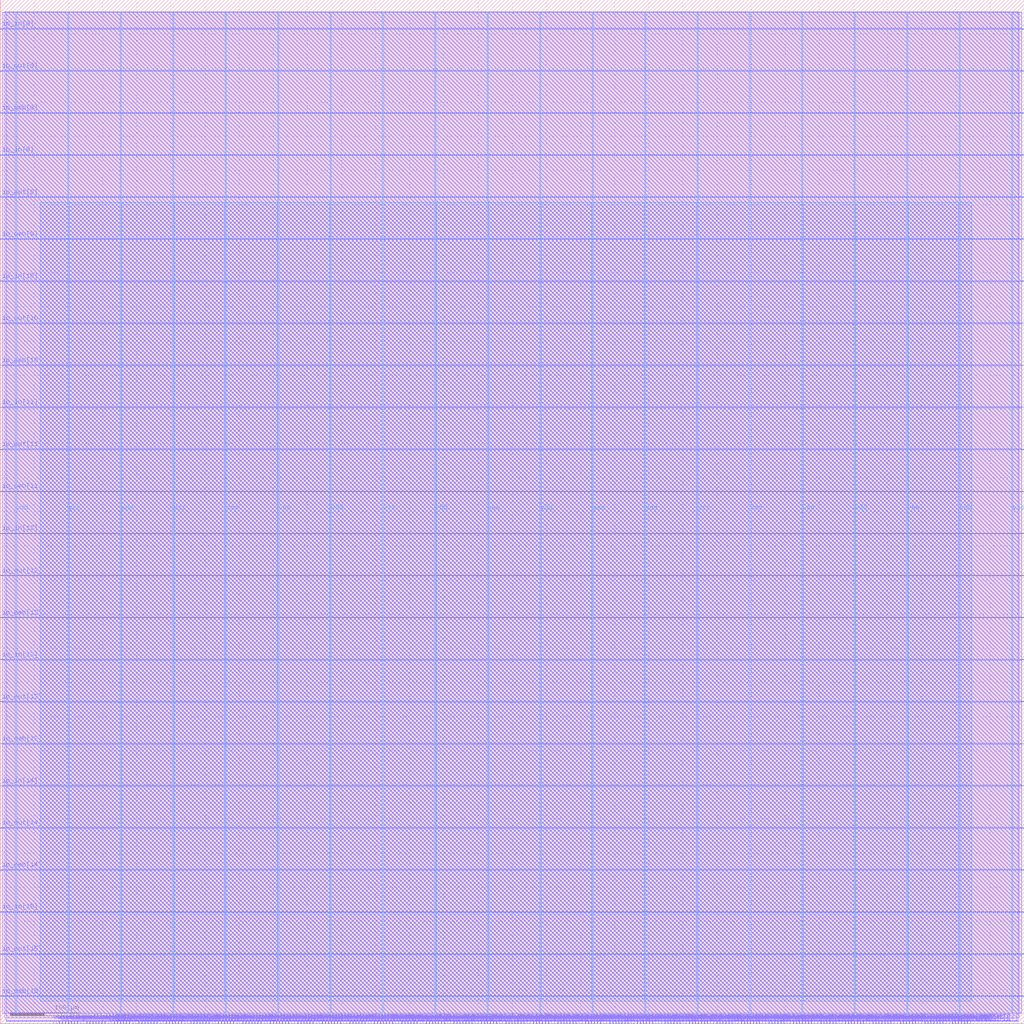
<source format=lef>
VERSION 5.7 ;
  NOWIREEXTENSIONATPIN ON ;
  DIVIDERCHAR "/" ;
  BUSBITCHARS "[]" ;
MACRO user_proj_example
  CLASS BLOCK ;
  FOREIGN user_proj_example ;
  ORIGIN 0.000 0.000 ;
  SIZE 1500.000 BY 1500.000 ;
  PIN io_in[0]
    DIRECTION INPUT ;
    USE SIGNAL ;
    PORT
      LAYER Metal3 ;
        RECT 1496.000 40.320 1500.000 40.880 ;
    END
  END io_in[0]
  PIN io_in[10]
    DIRECTION INPUT ;
    USE SIGNAL ;
    PORT
      LAYER Metal3 ;
        RECT 0.000 1087.520 4.000 1088.080 ;
    END
  END io_in[10]
  PIN io_in[11]
    DIRECTION INPUT ;
    USE SIGNAL ;
    PORT
      LAYER Metal3 ;
        RECT 0.000 902.720 4.000 903.280 ;
    END
  END io_in[11]
  PIN io_in[12]
    DIRECTION INPUT ;
    USE SIGNAL ;
    PORT
      LAYER Metal3 ;
        RECT 0.000 717.920 4.000 718.480 ;
    END
  END io_in[12]
  PIN io_in[13]
    DIRECTION INPUT ;
    USE SIGNAL ;
    PORT
      LAYER Metal3 ;
        RECT 0.000 533.120 4.000 533.680 ;
    END
  END io_in[13]
  PIN io_in[14]
    DIRECTION INPUT ;
    USE SIGNAL ;
    PORT
      LAYER Metal3 ;
        RECT 0.000 348.320 4.000 348.880 ;
    END
  END io_in[14]
  PIN io_in[15]
    DIRECTION INPUT ;
    USE SIGNAL ;
    PORT
      LAYER Metal3 ;
        RECT 0.000 163.520 4.000 164.080 ;
    END
  END io_in[15]
  PIN io_in[1]
    DIRECTION INPUT ;
    USE SIGNAL ;
    PORT
      LAYER Metal3 ;
        RECT 1496.000 225.120 1500.000 225.680 ;
    END
  END io_in[1]
  PIN io_in[2]
    DIRECTION INPUT ;
    USE SIGNAL ;
    PORT
      LAYER Metal3 ;
        RECT 1496.000 409.920 1500.000 410.480 ;
    END
  END io_in[2]
  PIN io_in[3]
    DIRECTION INPUT ;
    USE SIGNAL ;
    PORT
      LAYER Metal3 ;
        RECT 1496.000 594.720 1500.000 595.280 ;
    END
  END io_in[3]
  PIN io_in[4]
    DIRECTION INPUT ;
    USE SIGNAL ;
    PORT
      LAYER Metal3 ;
        RECT 1496.000 779.520 1500.000 780.080 ;
    END
  END io_in[4]
  PIN io_in[5]
    DIRECTION INPUT ;
    USE SIGNAL ;
    PORT
      LAYER Metal3 ;
        RECT 1496.000 964.320 1500.000 964.880 ;
    END
  END io_in[5]
  PIN io_in[6]
    DIRECTION INPUT ;
    USE SIGNAL ;
    PORT
      LAYER Metal3 ;
        RECT 1496.000 1149.120 1500.000 1149.680 ;
    END
  END io_in[6]
  PIN io_in[7]
    DIRECTION INPUT ;
    USE SIGNAL ;
    PORT
      LAYER Metal3 ;
        RECT 1496.000 1333.920 1500.000 1334.480 ;
    END
  END io_in[7]
  PIN io_in[8]
    DIRECTION INPUT ;
    USE SIGNAL ;
    PORT
      LAYER Metal3 ;
        RECT 0.000 1457.120 4.000 1457.680 ;
    END
  END io_in[8]
  PIN io_in[9]
    DIRECTION INPUT ;
    USE SIGNAL ;
    PORT
      LAYER Metal3 ;
        RECT 0.000 1272.320 4.000 1272.880 ;
    END
  END io_in[9]
  PIN io_oeb[0]
    DIRECTION OUTPUT TRISTATE ;
    USE SIGNAL ;
    ANTENNADIFFAREA 0.360800 ;
    PORT
      LAYER Metal3 ;
        RECT 1496.000 163.520 1500.000 164.080 ;
    END
  END io_oeb[0]
  PIN io_oeb[10]
    DIRECTION OUTPUT TRISTATE ;
    USE SIGNAL ;
    ANTENNADIFFAREA 0.360800 ;
    PORT
      LAYER Metal3 ;
        RECT 0.000 964.320 4.000 964.880 ;
    END
  END io_oeb[10]
  PIN io_oeb[11]
    DIRECTION OUTPUT TRISTATE ;
    USE SIGNAL ;
    ANTENNADIFFAREA 0.360800 ;
    PORT
      LAYER Metal3 ;
        RECT 0.000 779.520 4.000 780.080 ;
    END
  END io_oeb[11]
  PIN io_oeb[12]
    DIRECTION OUTPUT TRISTATE ;
    USE SIGNAL ;
    ANTENNADIFFAREA 0.360800 ;
    PORT
      LAYER Metal3 ;
        RECT 0.000 594.720 4.000 595.280 ;
    END
  END io_oeb[12]
  PIN io_oeb[13]
    DIRECTION OUTPUT TRISTATE ;
    USE SIGNAL ;
    ANTENNADIFFAREA 0.360800 ;
    PORT
      LAYER Metal3 ;
        RECT 0.000 409.920 4.000 410.480 ;
    END
  END io_oeb[13]
  PIN io_oeb[14]
    DIRECTION OUTPUT TRISTATE ;
    USE SIGNAL ;
    ANTENNADIFFAREA 0.360800 ;
    PORT
      LAYER Metal3 ;
        RECT 0.000 225.120 4.000 225.680 ;
    END
  END io_oeb[14]
  PIN io_oeb[15]
    DIRECTION OUTPUT TRISTATE ;
    USE SIGNAL ;
    ANTENNADIFFAREA 0.360800 ;
    PORT
      LAYER Metal3 ;
        RECT 0.000 40.320 4.000 40.880 ;
    END
  END io_oeb[15]
  PIN io_oeb[1]
    DIRECTION OUTPUT TRISTATE ;
    USE SIGNAL ;
    ANTENNADIFFAREA 0.360800 ;
    PORT
      LAYER Metal3 ;
        RECT 1496.000 348.320 1500.000 348.880 ;
    END
  END io_oeb[1]
  PIN io_oeb[2]
    DIRECTION OUTPUT TRISTATE ;
    USE SIGNAL ;
    ANTENNADIFFAREA 0.360800 ;
    PORT
      LAYER Metal3 ;
        RECT 1496.000 533.120 1500.000 533.680 ;
    END
  END io_oeb[2]
  PIN io_oeb[3]
    DIRECTION OUTPUT TRISTATE ;
    USE SIGNAL ;
    ANTENNADIFFAREA 0.360800 ;
    PORT
      LAYER Metal3 ;
        RECT 1496.000 717.920 1500.000 718.480 ;
    END
  END io_oeb[3]
  PIN io_oeb[4]
    DIRECTION OUTPUT TRISTATE ;
    USE SIGNAL ;
    ANTENNADIFFAREA 0.360800 ;
    PORT
      LAYER Metal3 ;
        RECT 1496.000 902.720 1500.000 903.280 ;
    END
  END io_oeb[4]
  PIN io_oeb[5]
    DIRECTION OUTPUT TRISTATE ;
    USE SIGNAL ;
    ANTENNADIFFAREA 0.360800 ;
    PORT
      LAYER Metal3 ;
        RECT 1496.000 1087.520 1500.000 1088.080 ;
    END
  END io_oeb[5]
  PIN io_oeb[6]
    DIRECTION OUTPUT TRISTATE ;
    USE SIGNAL ;
    ANTENNADIFFAREA 0.360800 ;
    PORT
      LAYER Metal3 ;
        RECT 1496.000 1272.320 1500.000 1272.880 ;
    END
  END io_oeb[6]
  PIN io_oeb[7]
    DIRECTION OUTPUT TRISTATE ;
    USE SIGNAL ;
    ANTENNADIFFAREA 0.360800 ;
    PORT
      LAYER Metal3 ;
        RECT 1496.000 1457.120 1500.000 1457.680 ;
    END
  END io_oeb[7]
  PIN io_oeb[8]
    DIRECTION OUTPUT TRISTATE ;
    USE SIGNAL ;
    ANTENNADIFFAREA 0.360800 ;
    PORT
      LAYER Metal3 ;
        RECT 0.000 1333.920 4.000 1334.480 ;
    END
  END io_oeb[8]
  PIN io_oeb[9]
    DIRECTION OUTPUT TRISTATE ;
    USE SIGNAL ;
    ANTENNADIFFAREA 0.360800 ;
    PORT
      LAYER Metal3 ;
        RECT 0.000 1149.120 4.000 1149.680 ;
    END
  END io_oeb[9]
  PIN io_out[0]
    DIRECTION OUTPUT TRISTATE ;
    USE SIGNAL ;
    ANTENNADIFFAREA 0.360800 ;
    PORT
      LAYER Metal3 ;
        RECT 1496.000 101.920 1500.000 102.480 ;
    END
  END io_out[0]
  PIN io_out[10]
    DIRECTION OUTPUT TRISTATE ;
    USE SIGNAL ;
    ANTENNADIFFAREA 4.731200 ;
    PORT
      LAYER Metal3 ;
        RECT 0.000 1025.920 4.000 1026.480 ;
    END
  END io_out[10]
  PIN io_out[11]
    DIRECTION OUTPUT TRISTATE ;
    USE SIGNAL ;
    ANTENNADIFFAREA 0.360800 ;
    PORT
      LAYER Metal3 ;
        RECT 0.000 841.120 4.000 841.680 ;
    END
  END io_out[11]
  PIN io_out[12]
    DIRECTION OUTPUT TRISTATE ;
    USE SIGNAL ;
    ANTENNADIFFAREA 0.360800 ;
    PORT
      LAYER Metal3 ;
        RECT 0.000 656.320 4.000 656.880 ;
    END
  END io_out[12]
  PIN io_out[13]
    DIRECTION OUTPUT TRISTATE ;
    USE SIGNAL ;
    ANTENNADIFFAREA 0.360800 ;
    PORT
      LAYER Metal3 ;
        RECT 0.000 471.520 4.000 472.080 ;
    END
  END io_out[13]
  PIN io_out[14]
    DIRECTION OUTPUT TRISTATE ;
    USE SIGNAL ;
    ANTENNADIFFAREA 0.360800 ;
    PORT
      LAYER Metal3 ;
        RECT 0.000 286.720 4.000 287.280 ;
    END
  END io_out[14]
  PIN io_out[15]
    DIRECTION OUTPUT TRISTATE ;
    USE SIGNAL ;
    ANTENNADIFFAREA 0.360800 ;
    PORT
      LAYER Metal3 ;
        RECT 0.000 101.920 4.000 102.480 ;
    END
  END io_out[15]
  PIN io_out[1]
    DIRECTION OUTPUT TRISTATE ;
    USE SIGNAL ;
    ANTENNADIFFAREA 0.360800 ;
    PORT
      LAYER Metal3 ;
        RECT 1496.000 286.720 1500.000 287.280 ;
    END
  END io_out[1]
  PIN io_out[2]
    DIRECTION OUTPUT TRISTATE ;
    USE SIGNAL ;
    ANTENNADIFFAREA 0.360800 ;
    PORT
      LAYER Metal3 ;
        RECT 1496.000 471.520 1500.000 472.080 ;
    END
  END io_out[2]
  PIN io_out[3]
    DIRECTION OUTPUT TRISTATE ;
    USE SIGNAL ;
    ANTENNADIFFAREA 0.360800 ;
    PORT
      LAYER Metal3 ;
        RECT 1496.000 656.320 1500.000 656.880 ;
    END
  END io_out[3]
  PIN io_out[4]
    DIRECTION OUTPUT TRISTATE ;
    USE SIGNAL ;
    ANTENNADIFFAREA 0.360800 ;
    PORT
      LAYER Metal3 ;
        RECT 1496.000 841.120 1500.000 841.680 ;
    END
  END io_out[4]
  PIN io_out[5]
    DIRECTION OUTPUT TRISTATE ;
    USE SIGNAL ;
    ANTENNADIFFAREA 0.360800 ;
    PORT
      LAYER Metal3 ;
        RECT 1496.000 1025.920 1500.000 1026.480 ;
    END
  END io_out[5]
  PIN io_out[6]
    DIRECTION OUTPUT TRISTATE ;
    USE SIGNAL ;
    ANTENNADIFFAREA 0.360800 ;
    PORT
      LAYER Metal3 ;
        RECT 1496.000 1210.720 1500.000 1211.280 ;
    END
  END io_out[6]
  PIN io_out[7]
    DIRECTION OUTPUT TRISTATE ;
    USE SIGNAL ;
    ANTENNADIFFAREA 0.360800 ;
    PORT
      LAYER Metal3 ;
        RECT 1496.000 1395.520 1500.000 1396.080 ;
    END
  END io_out[7]
  PIN io_out[8]
    DIRECTION OUTPUT TRISTATE ;
    USE SIGNAL ;
    ANTENNADIFFAREA 0.360800 ;
    PORT
      LAYER Metal3 ;
        RECT 0.000 1395.520 4.000 1396.080 ;
    END
  END io_out[8]
  PIN io_out[9]
    DIRECTION OUTPUT TRISTATE ;
    USE SIGNAL ;
    ANTENNADIFFAREA 4.731200 ;
    PORT
      LAYER Metal3 ;
        RECT 0.000 1210.720 4.000 1211.280 ;
    END
  END io_out[9]
  PIN irq[0]
    DIRECTION OUTPUT TRISTATE ;
    USE SIGNAL ;
    ANTENNADIFFAREA 0.360800 ;
    PORT
      LAYER Metal2 ;
        RECT 1412.320 0.000 1412.880 4.000 ;
    END
  END irq[0]
  PIN irq[1]
    DIRECTION OUTPUT TRISTATE ;
    USE SIGNAL ;
    ANTENNADIFFAREA 0.360800 ;
    PORT
      LAYER Metal2 ;
        RECT 1416.800 0.000 1417.360 4.000 ;
    END
  END irq[1]
  PIN irq[2]
    DIRECTION OUTPUT TRISTATE ;
    USE SIGNAL ;
    ANTENNADIFFAREA 0.360800 ;
    PORT
      LAYER Metal2 ;
        RECT 1421.280 0.000 1421.840 4.000 ;
    END
  END irq[2]
  PIN la_data_in[0]
    DIRECTION INPUT ;
    USE SIGNAL ;
    PORT
      LAYER Metal2 ;
        RECT 552.160 0.000 552.720 4.000 ;
    END
  END la_data_in[0]
  PIN la_data_in[10]
    DIRECTION INPUT ;
    USE SIGNAL ;
    PORT
      LAYER Metal2 ;
        RECT 686.560 0.000 687.120 4.000 ;
    END
  END la_data_in[10]
  PIN la_data_in[11]
    DIRECTION INPUT ;
    USE SIGNAL ;
    PORT
      LAYER Metal2 ;
        RECT 700.000 0.000 700.560 4.000 ;
    END
  END la_data_in[11]
  PIN la_data_in[12]
    DIRECTION INPUT ;
    USE SIGNAL ;
    PORT
      LAYER Metal2 ;
        RECT 713.440 0.000 714.000 4.000 ;
    END
  END la_data_in[12]
  PIN la_data_in[13]
    DIRECTION INPUT ;
    USE SIGNAL ;
    PORT
      LAYER Metal2 ;
        RECT 726.880 0.000 727.440 4.000 ;
    END
  END la_data_in[13]
  PIN la_data_in[14]
    DIRECTION INPUT ;
    USE SIGNAL ;
    PORT
      LAYER Metal2 ;
        RECT 740.320 0.000 740.880 4.000 ;
    END
  END la_data_in[14]
  PIN la_data_in[15]
    DIRECTION INPUT ;
    USE SIGNAL ;
    PORT
      LAYER Metal2 ;
        RECT 753.760 0.000 754.320 4.000 ;
    END
  END la_data_in[15]
  PIN la_data_in[16]
    DIRECTION INPUT ;
    USE SIGNAL ;
    PORT
      LAYER Metal2 ;
        RECT 767.200 0.000 767.760 4.000 ;
    END
  END la_data_in[16]
  PIN la_data_in[17]
    DIRECTION INPUT ;
    USE SIGNAL ;
    PORT
      LAYER Metal2 ;
        RECT 780.640 0.000 781.200 4.000 ;
    END
  END la_data_in[17]
  PIN la_data_in[18]
    DIRECTION INPUT ;
    USE SIGNAL ;
    PORT
      LAYER Metal2 ;
        RECT 794.080 0.000 794.640 4.000 ;
    END
  END la_data_in[18]
  PIN la_data_in[19]
    DIRECTION INPUT ;
    USE SIGNAL ;
    PORT
      LAYER Metal2 ;
        RECT 807.520 0.000 808.080 4.000 ;
    END
  END la_data_in[19]
  PIN la_data_in[1]
    DIRECTION INPUT ;
    USE SIGNAL ;
    PORT
      LAYER Metal2 ;
        RECT 565.600 0.000 566.160 4.000 ;
    END
  END la_data_in[1]
  PIN la_data_in[20]
    DIRECTION INPUT ;
    USE SIGNAL ;
    PORT
      LAYER Metal2 ;
        RECT 820.960 0.000 821.520 4.000 ;
    END
  END la_data_in[20]
  PIN la_data_in[21]
    DIRECTION INPUT ;
    USE SIGNAL ;
    PORT
      LAYER Metal2 ;
        RECT 834.400 0.000 834.960 4.000 ;
    END
  END la_data_in[21]
  PIN la_data_in[22]
    DIRECTION INPUT ;
    USE SIGNAL ;
    PORT
      LAYER Metal2 ;
        RECT 847.840 0.000 848.400 4.000 ;
    END
  END la_data_in[22]
  PIN la_data_in[23]
    DIRECTION INPUT ;
    USE SIGNAL ;
    PORT
      LAYER Metal2 ;
        RECT 861.280 0.000 861.840 4.000 ;
    END
  END la_data_in[23]
  PIN la_data_in[24]
    DIRECTION INPUT ;
    USE SIGNAL ;
    PORT
      LAYER Metal2 ;
        RECT 874.720 0.000 875.280 4.000 ;
    END
  END la_data_in[24]
  PIN la_data_in[25]
    DIRECTION INPUT ;
    USE SIGNAL ;
    PORT
      LAYER Metal2 ;
        RECT 888.160 0.000 888.720 4.000 ;
    END
  END la_data_in[25]
  PIN la_data_in[26]
    DIRECTION INPUT ;
    USE SIGNAL ;
    PORT
      LAYER Metal2 ;
        RECT 901.600 0.000 902.160 4.000 ;
    END
  END la_data_in[26]
  PIN la_data_in[27]
    DIRECTION INPUT ;
    USE SIGNAL ;
    PORT
      LAYER Metal2 ;
        RECT 915.040 0.000 915.600 4.000 ;
    END
  END la_data_in[27]
  PIN la_data_in[28]
    DIRECTION INPUT ;
    USE SIGNAL ;
    PORT
      LAYER Metal2 ;
        RECT 928.480 0.000 929.040 4.000 ;
    END
  END la_data_in[28]
  PIN la_data_in[29]
    DIRECTION INPUT ;
    USE SIGNAL ;
    PORT
      LAYER Metal2 ;
        RECT 941.920 0.000 942.480 4.000 ;
    END
  END la_data_in[29]
  PIN la_data_in[2]
    DIRECTION INPUT ;
    USE SIGNAL ;
    PORT
      LAYER Metal2 ;
        RECT 579.040 0.000 579.600 4.000 ;
    END
  END la_data_in[2]
  PIN la_data_in[30]
    DIRECTION INPUT ;
    USE SIGNAL ;
    PORT
      LAYER Metal2 ;
        RECT 955.360 0.000 955.920 4.000 ;
    END
  END la_data_in[30]
  PIN la_data_in[31]
    DIRECTION INPUT ;
    USE SIGNAL ;
    PORT
      LAYER Metal2 ;
        RECT 968.800 0.000 969.360 4.000 ;
    END
  END la_data_in[31]
  PIN la_data_in[32]
    DIRECTION INPUT ;
    USE SIGNAL ;
    PORT
      LAYER Metal2 ;
        RECT 982.240 0.000 982.800 4.000 ;
    END
  END la_data_in[32]
  PIN la_data_in[33]
    DIRECTION INPUT ;
    USE SIGNAL ;
    PORT
      LAYER Metal2 ;
        RECT 995.680 0.000 996.240 4.000 ;
    END
  END la_data_in[33]
  PIN la_data_in[34]
    DIRECTION INPUT ;
    USE SIGNAL ;
    PORT
      LAYER Metal2 ;
        RECT 1009.120 0.000 1009.680 4.000 ;
    END
  END la_data_in[34]
  PIN la_data_in[35]
    DIRECTION INPUT ;
    USE SIGNAL ;
    PORT
      LAYER Metal2 ;
        RECT 1022.560 0.000 1023.120 4.000 ;
    END
  END la_data_in[35]
  PIN la_data_in[36]
    DIRECTION INPUT ;
    USE SIGNAL ;
    PORT
      LAYER Metal2 ;
        RECT 1036.000 0.000 1036.560 4.000 ;
    END
  END la_data_in[36]
  PIN la_data_in[37]
    DIRECTION INPUT ;
    USE SIGNAL ;
    PORT
      LAYER Metal2 ;
        RECT 1049.440 0.000 1050.000 4.000 ;
    END
  END la_data_in[37]
  PIN la_data_in[38]
    DIRECTION INPUT ;
    USE SIGNAL ;
    PORT
      LAYER Metal2 ;
        RECT 1062.880 0.000 1063.440 4.000 ;
    END
  END la_data_in[38]
  PIN la_data_in[39]
    DIRECTION INPUT ;
    USE SIGNAL ;
    PORT
      LAYER Metal2 ;
        RECT 1076.320 0.000 1076.880 4.000 ;
    END
  END la_data_in[39]
  PIN la_data_in[3]
    DIRECTION INPUT ;
    USE SIGNAL ;
    PORT
      LAYER Metal2 ;
        RECT 592.480 0.000 593.040 4.000 ;
    END
  END la_data_in[3]
  PIN la_data_in[40]
    DIRECTION INPUT ;
    USE SIGNAL ;
    PORT
      LAYER Metal2 ;
        RECT 1089.760 0.000 1090.320 4.000 ;
    END
  END la_data_in[40]
  PIN la_data_in[41]
    DIRECTION INPUT ;
    USE SIGNAL ;
    PORT
      LAYER Metal2 ;
        RECT 1103.200 0.000 1103.760 4.000 ;
    END
  END la_data_in[41]
  PIN la_data_in[42]
    DIRECTION INPUT ;
    USE SIGNAL ;
    PORT
      LAYER Metal2 ;
        RECT 1116.640 0.000 1117.200 4.000 ;
    END
  END la_data_in[42]
  PIN la_data_in[43]
    DIRECTION INPUT ;
    USE SIGNAL ;
    PORT
      LAYER Metal2 ;
        RECT 1130.080 0.000 1130.640 4.000 ;
    END
  END la_data_in[43]
  PIN la_data_in[44]
    DIRECTION INPUT ;
    USE SIGNAL ;
    PORT
      LAYER Metal2 ;
        RECT 1143.520 0.000 1144.080 4.000 ;
    END
  END la_data_in[44]
  PIN la_data_in[45]
    DIRECTION INPUT ;
    USE SIGNAL ;
    PORT
      LAYER Metal2 ;
        RECT 1156.960 0.000 1157.520 4.000 ;
    END
  END la_data_in[45]
  PIN la_data_in[46]
    DIRECTION INPUT ;
    USE SIGNAL ;
    PORT
      LAYER Metal2 ;
        RECT 1170.400 0.000 1170.960 4.000 ;
    END
  END la_data_in[46]
  PIN la_data_in[47]
    DIRECTION INPUT ;
    USE SIGNAL ;
    PORT
      LAYER Metal2 ;
        RECT 1183.840 0.000 1184.400 4.000 ;
    END
  END la_data_in[47]
  PIN la_data_in[48]
    DIRECTION INPUT ;
    USE SIGNAL ;
    PORT
      LAYER Metal2 ;
        RECT 1197.280 0.000 1197.840 4.000 ;
    END
  END la_data_in[48]
  PIN la_data_in[49]
    DIRECTION INPUT ;
    USE SIGNAL ;
    PORT
      LAYER Metal2 ;
        RECT 1210.720 0.000 1211.280 4.000 ;
    END
  END la_data_in[49]
  PIN la_data_in[4]
    DIRECTION INPUT ;
    USE SIGNAL ;
    PORT
      LAYER Metal2 ;
        RECT 605.920 0.000 606.480 4.000 ;
    END
  END la_data_in[4]
  PIN la_data_in[50]
    DIRECTION INPUT ;
    USE SIGNAL ;
    PORT
      LAYER Metal2 ;
        RECT 1224.160 0.000 1224.720 4.000 ;
    END
  END la_data_in[50]
  PIN la_data_in[51]
    DIRECTION INPUT ;
    USE SIGNAL ;
    PORT
      LAYER Metal2 ;
        RECT 1237.600 0.000 1238.160 4.000 ;
    END
  END la_data_in[51]
  PIN la_data_in[52]
    DIRECTION INPUT ;
    USE SIGNAL ;
    PORT
      LAYER Metal2 ;
        RECT 1251.040 0.000 1251.600 4.000 ;
    END
  END la_data_in[52]
  PIN la_data_in[53]
    DIRECTION INPUT ;
    USE SIGNAL ;
    PORT
      LAYER Metal2 ;
        RECT 1264.480 0.000 1265.040 4.000 ;
    END
  END la_data_in[53]
  PIN la_data_in[54]
    DIRECTION INPUT ;
    USE SIGNAL ;
    PORT
      LAYER Metal2 ;
        RECT 1277.920 0.000 1278.480 4.000 ;
    END
  END la_data_in[54]
  PIN la_data_in[55]
    DIRECTION INPUT ;
    USE SIGNAL ;
    PORT
      LAYER Metal2 ;
        RECT 1291.360 0.000 1291.920 4.000 ;
    END
  END la_data_in[55]
  PIN la_data_in[56]
    DIRECTION INPUT ;
    USE SIGNAL ;
    PORT
      LAYER Metal2 ;
        RECT 1304.800 0.000 1305.360 4.000 ;
    END
  END la_data_in[56]
  PIN la_data_in[57]
    DIRECTION INPUT ;
    USE SIGNAL ;
    PORT
      LAYER Metal2 ;
        RECT 1318.240 0.000 1318.800 4.000 ;
    END
  END la_data_in[57]
  PIN la_data_in[58]
    DIRECTION INPUT ;
    USE SIGNAL ;
    PORT
      LAYER Metal2 ;
        RECT 1331.680 0.000 1332.240 4.000 ;
    END
  END la_data_in[58]
  PIN la_data_in[59]
    DIRECTION INPUT ;
    USE SIGNAL ;
    PORT
      LAYER Metal2 ;
        RECT 1345.120 0.000 1345.680 4.000 ;
    END
  END la_data_in[59]
  PIN la_data_in[5]
    DIRECTION INPUT ;
    USE SIGNAL ;
    PORT
      LAYER Metal2 ;
        RECT 619.360 0.000 619.920 4.000 ;
    END
  END la_data_in[5]
  PIN la_data_in[60]
    DIRECTION INPUT ;
    USE SIGNAL ;
    PORT
      LAYER Metal2 ;
        RECT 1358.560 0.000 1359.120 4.000 ;
    END
  END la_data_in[60]
  PIN la_data_in[61]
    DIRECTION INPUT ;
    USE SIGNAL ;
    PORT
      LAYER Metal2 ;
        RECT 1372.000 0.000 1372.560 4.000 ;
    END
  END la_data_in[61]
  PIN la_data_in[62]
    DIRECTION INPUT ;
    USE SIGNAL ;
    PORT
      LAYER Metal2 ;
        RECT 1385.440 0.000 1386.000 4.000 ;
    END
  END la_data_in[62]
  PIN la_data_in[63]
    DIRECTION INPUT ;
    USE SIGNAL ;
    PORT
      LAYER Metal2 ;
        RECT 1398.880 0.000 1399.440 4.000 ;
    END
  END la_data_in[63]
  PIN la_data_in[6]
    DIRECTION INPUT ;
    USE SIGNAL ;
    PORT
      LAYER Metal2 ;
        RECT 632.800 0.000 633.360 4.000 ;
    END
  END la_data_in[6]
  PIN la_data_in[7]
    DIRECTION INPUT ;
    USE SIGNAL ;
    PORT
      LAYER Metal2 ;
        RECT 646.240 0.000 646.800 4.000 ;
    END
  END la_data_in[7]
  PIN la_data_in[8]
    DIRECTION INPUT ;
    USE SIGNAL ;
    PORT
      LAYER Metal2 ;
        RECT 659.680 0.000 660.240 4.000 ;
    END
  END la_data_in[8]
  PIN la_data_in[9]
    DIRECTION INPUT ;
    USE SIGNAL ;
    PORT
      LAYER Metal2 ;
        RECT 673.120 0.000 673.680 4.000 ;
    END
  END la_data_in[9]
  PIN la_data_out[0]
    DIRECTION OUTPUT TRISTATE ;
    USE SIGNAL ;
    ANTENNADIFFAREA 4.731200 ;
    PORT
      LAYER Metal2 ;
        RECT 556.640 0.000 557.200 4.000 ;
    END
  END la_data_out[0]
  PIN la_data_out[10]
    DIRECTION OUTPUT TRISTATE ;
    USE SIGNAL ;
    ANTENNADIFFAREA 0.360800 ;
    PORT
      LAYER Metal2 ;
        RECT 691.040 0.000 691.600 4.000 ;
    END
  END la_data_out[10]
  PIN la_data_out[11]
    DIRECTION OUTPUT TRISTATE ;
    USE SIGNAL ;
    ANTENNADIFFAREA 0.360800 ;
    PORT
      LAYER Metal2 ;
        RECT 704.480 0.000 705.040 4.000 ;
    END
  END la_data_out[11]
  PIN la_data_out[12]
    DIRECTION OUTPUT TRISTATE ;
    USE SIGNAL ;
    ANTENNADIFFAREA 4.731200 ;
    PORT
      LAYER Metal2 ;
        RECT 717.920 0.000 718.480 4.000 ;
    END
  END la_data_out[12]
  PIN la_data_out[13]
    DIRECTION OUTPUT TRISTATE ;
    USE SIGNAL ;
    ANTENNADIFFAREA 0.360800 ;
    PORT
      LAYER Metal2 ;
        RECT 731.360 0.000 731.920 4.000 ;
    END
  END la_data_out[13]
  PIN la_data_out[14]
    DIRECTION OUTPUT TRISTATE ;
    USE SIGNAL ;
    ANTENNADIFFAREA 0.360800 ;
    PORT
      LAYER Metal2 ;
        RECT 744.800 0.000 745.360 4.000 ;
    END
  END la_data_out[14]
  PIN la_data_out[15]
    DIRECTION OUTPUT TRISTATE ;
    USE SIGNAL ;
    ANTENNADIFFAREA 0.360800 ;
    PORT
      LAYER Metal2 ;
        RECT 758.240 0.000 758.800 4.000 ;
    END
  END la_data_out[15]
  PIN la_data_out[16]
    DIRECTION OUTPUT TRISTATE ;
    USE SIGNAL ;
    ANTENNADIFFAREA 4.731200 ;
    PORT
      LAYER Metal2 ;
        RECT 771.680 0.000 772.240 4.000 ;
    END
  END la_data_out[16]
  PIN la_data_out[17]
    DIRECTION OUTPUT TRISTATE ;
    USE SIGNAL ;
    ANTENNADIFFAREA 0.360800 ;
    PORT
      LAYER Metal2 ;
        RECT 785.120 0.000 785.680 4.000 ;
    END
  END la_data_out[17]
  PIN la_data_out[18]
    DIRECTION OUTPUT TRISTATE ;
    USE SIGNAL ;
    ANTENNADIFFAREA 0.360800 ;
    PORT
      LAYER Metal2 ;
        RECT 798.560 0.000 799.120 4.000 ;
    END
  END la_data_out[18]
  PIN la_data_out[19]
    DIRECTION OUTPUT TRISTATE ;
    USE SIGNAL ;
    ANTENNADIFFAREA 0.360800 ;
    PORT
      LAYER Metal2 ;
        RECT 812.000 0.000 812.560 4.000 ;
    END
  END la_data_out[19]
  PIN la_data_out[1]
    DIRECTION OUTPUT TRISTATE ;
    USE SIGNAL ;
    ANTENNADIFFAREA 4.731200 ;
    PORT
      LAYER Metal2 ;
        RECT 570.080 0.000 570.640 4.000 ;
    END
  END la_data_out[1]
  PIN la_data_out[20]
    DIRECTION OUTPUT TRISTATE ;
    USE SIGNAL ;
    ANTENNADIFFAREA 4.731200 ;
    PORT
      LAYER Metal2 ;
        RECT 825.440 0.000 826.000 4.000 ;
    END
  END la_data_out[20]
  PIN la_data_out[21]
    DIRECTION OUTPUT TRISTATE ;
    USE SIGNAL ;
    ANTENNADIFFAREA 0.360800 ;
    PORT
      LAYER Metal2 ;
        RECT 838.880 0.000 839.440 4.000 ;
    END
  END la_data_out[21]
  PIN la_data_out[22]
    DIRECTION OUTPUT TRISTATE ;
    USE SIGNAL ;
    ANTENNADIFFAREA 0.360800 ;
    PORT
      LAYER Metal2 ;
        RECT 852.320 0.000 852.880 4.000 ;
    END
  END la_data_out[22]
  PIN la_data_out[23]
    DIRECTION OUTPUT TRISTATE ;
    USE SIGNAL ;
    ANTENNADIFFAREA 0.360800 ;
    PORT
      LAYER Metal2 ;
        RECT 865.760 0.000 866.320 4.000 ;
    END
  END la_data_out[23]
  PIN la_data_out[24]
    DIRECTION OUTPUT TRISTATE ;
    USE SIGNAL ;
    ANTENNADIFFAREA 4.731200 ;
    PORT
      LAYER Metal2 ;
        RECT 879.200 0.000 879.760 4.000 ;
    END
  END la_data_out[24]
  PIN la_data_out[25]
    DIRECTION OUTPUT TRISTATE ;
    USE SIGNAL ;
    ANTENNADIFFAREA 0.360800 ;
    PORT
      LAYER Metal2 ;
        RECT 892.640 0.000 893.200 4.000 ;
    END
  END la_data_out[25]
  PIN la_data_out[26]
    DIRECTION OUTPUT TRISTATE ;
    USE SIGNAL ;
    ANTENNADIFFAREA 0.360800 ;
    PORT
      LAYER Metal2 ;
        RECT 906.080 0.000 906.640 4.000 ;
    END
  END la_data_out[26]
  PIN la_data_out[27]
    DIRECTION OUTPUT TRISTATE ;
    USE SIGNAL ;
    ANTENNADIFFAREA 0.360800 ;
    PORT
      LAYER Metal2 ;
        RECT 919.520 0.000 920.080 4.000 ;
    END
  END la_data_out[27]
  PIN la_data_out[28]
    DIRECTION OUTPUT TRISTATE ;
    USE SIGNAL ;
    ANTENNADIFFAREA 4.731200 ;
    PORT
      LAYER Metal2 ;
        RECT 932.960 0.000 933.520 4.000 ;
    END
  END la_data_out[28]
  PIN la_data_out[29]
    DIRECTION OUTPUT TRISTATE ;
    USE SIGNAL ;
    ANTENNADIFFAREA 0.360800 ;
    PORT
      LAYER Metal2 ;
        RECT 946.400 0.000 946.960 4.000 ;
    END
  END la_data_out[29]
  PIN la_data_out[2]
    DIRECTION OUTPUT TRISTATE ;
    USE SIGNAL ;
    ANTENNADIFFAREA 4.731200 ;
    PORT
      LAYER Metal2 ;
        RECT 583.520 0.000 584.080 4.000 ;
    END
  END la_data_out[2]
  PIN la_data_out[30]
    DIRECTION OUTPUT TRISTATE ;
    USE SIGNAL ;
    ANTENNADIFFAREA 0.360800 ;
    PORT
      LAYER Metal2 ;
        RECT 959.840 0.000 960.400 4.000 ;
    END
  END la_data_out[30]
  PIN la_data_out[31]
    DIRECTION OUTPUT TRISTATE ;
    USE SIGNAL ;
    ANTENNADIFFAREA 0.360800 ;
    PORT
      LAYER Metal2 ;
        RECT 973.280 0.000 973.840 4.000 ;
    END
  END la_data_out[31]
  PIN la_data_out[32]
    DIRECTION OUTPUT TRISTATE ;
    USE SIGNAL ;
    ANTENNADIFFAREA 4.731200 ;
    PORT
      LAYER Metal2 ;
        RECT 986.720 0.000 987.280 4.000 ;
    END
  END la_data_out[32]
  PIN la_data_out[33]
    DIRECTION OUTPUT TRISTATE ;
    USE SIGNAL ;
    ANTENNADIFFAREA 0.360800 ;
    PORT
      LAYER Metal2 ;
        RECT 1000.160 0.000 1000.720 4.000 ;
    END
  END la_data_out[33]
  PIN la_data_out[34]
    DIRECTION OUTPUT TRISTATE ;
    USE SIGNAL ;
    ANTENNADIFFAREA 0.360800 ;
    PORT
      LAYER Metal2 ;
        RECT 1013.600 0.000 1014.160 4.000 ;
    END
  END la_data_out[34]
  PIN la_data_out[35]
    DIRECTION OUTPUT TRISTATE ;
    USE SIGNAL ;
    ANTENNADIFFAREA 0.360800 ;
    PORT
      LAYER Metal2 ;
        RECT 1027.040 0.000 1027.600 4.000 ;
    END
  END la_data_out[35]
  PIN la_data_out[36]
    DIRECTION OUTPUT TRISTATE ;
    USE SIGNAL ;
    ANTENNADIFFAREA 0.360800 ;
    PORT
      LAYER Metal2 ;
        RECT 1040.480 0.000 1041.040 4.000 ;
    END
  END la_data_out[36]
  PIN la_data_out[37]
    DIRECTION OUTPUT TRISTATE ;
    USE SIGNAL ;
    ANTENNADIFFAREA 0.360800 ;
    PORT
      LAYER Metal2 ;
        RECT 1053.920 0.000 1054.480 4.000 ;
    END
  END la_data_out[37]
  PIN la_data_out[38]
    DIRECTION OUTPUT TRISTATE ;
    USE SIGNAL ;
    ANTENNADIFFAREA 0.360800 ;
    PORT
      LAYER Metal2 ;
        RECT 1067.360 0.000 1067.920 4.000 ;
    END
  END la_data_out[38]
  PIN la_data_out[39]
    DIRECTION OUTPUT TRISTATE ;
    USE SIGNAL ;
    ANTENNADIFFAREA 0.360800 ;
    PORT
      LAYER Metal2 ;
        RECT 1080.800 0.000 1081.360 4.000 ;
    END
  END la_data_out[39]
  PIN la_data_out[3]
    DIRECTION OUTPUT TRISTATE ;
    USE SIGNAL ;
    ANTENNADIFFAREA 4.731200 ;
    PORT
      LAYER Metal2 ;
        RECT 596.960 0.000 597.520 4.000 ;
    END
  END la_data_out[3]
  PIN la_data_out[40]
    DIRECTION OUTPUT TRISTATE ;
    USE SIGNAL ;
    ANTENNADIFFAREA 0.360800 ;
    PORT
      LAYER Metal2 ;
        RECT 1094.240 0.000 1094.800 4.000 ;
    END
  END la_data_out[40]
  PIN la_data_out[41]
    DIRECTION OUTPUT TRISTATE ;
    USE SIGNAL ;
    ANTENNADIFFAREA 0.360800 ;
    PORT
      LAYER Metal2 ;
        RECT 1107.680 0.000 1108.240 4.000 ;
    END
  END la_data_out[41]
  PIN la_data_out[42]
    DIRECTION OUTPUT TRISTATE ;
    USE SIGNAL ;
    ANTENNADIFFAREA 0.360800 ;
    PORT
      LAYER Metal2 ;
        RECT 1121.120 0.000 1121.680 4.000 ;
    END
  END la_data_out[42]
  PIN la_data_out[43]
    DIRECTION OUTPUT TRISTATE ;
    USE SIGNAL ;
    ANTENNADIFFAREA 0.360800 ;
    PORT
      LAYER Metal2 ;
        RECT 1134.560 0.000 1135.120 4.000 ;
    END
  END la_data_out[43]
  PIN la_data_out[44]
    DIRECTION OUTPUT TRISTATE ;
    USE SIGNAL ;
    ANTENNADIFFAREA 0.360800 ;
    PORT
      LAYER Metal2 ;
        RECT 1148.000 0.000 1148.560 4.000 ;
    END
  END la_data_out[44]
  PIN la_data_out[45]
    DIRECTION OUTPUT TRISTATE ;
    USE SIGNAL ;
    ANTENNADIFFAREA 0.360800 ;
    PORT
      LAYER Metal2 ;
        RECT 1161.440 0.000 1162.000 4.000 ;
    END
  END la_data_out[45]
  PIN la_data_out[46]
    DIRECTION OUTPUT TRISTATE ;
    USE SIGNAL ;
    ANTENNADIFFAREA 0.360800 ;
    PORT
      LAYER Metal2 ;
        RECT 1174.880 0.000 1175.440 4.000 ;
    END
  END la_data_out[46]
  PIN la_data_out[47]
    DIRECTION OUTPUT TRISTATE ;
    USE SIGNAL ;
    ANTENNADIFFAREA 0.360800 ;
    PORT
      LAYER Metal2 ;
        RECT 1188.320 0.000 1188.880 4.000 ;
    END
  END la_data_out[47]
  PIN la_data_out[48]
    DIRECTION OUTPUT TRISTATE ;
    USE SIGNAL ;
    ANTENNADIFFAREA 0.360800 ;
    PORT
      LAYER Metal2 ;
        RECT 1201.760 0.000 1202.320 4.000 ;
    END
  END la_data_out[48]
  PIN la_data_out[49]
    DIRECTION OUTPUT TRISTATE ;
    USE SIGNAL ;
    ANTENNADIFFAREA 0.360800 ;
    PORT
      LAYER Metal2 ;
        RECT 1215.200 0.000 1215.760 4.000 ;
    END
  END la_data_out[49]
  PIN la_data_out[4]
    DIRECTION OUTPUT TRISTATE ;
    USE SIGNAL ;
    ANTENNADIFFAREA 4.731200 ;
    PORT
      LAYER Metal2 ;
        RECT 610.400 0.000 610.960 4.000 ;
    END
  END la_data_out[4]
  PIN la_data_out[50]
    DIRECTION OUTPUT TRISTATE ;
    USE SIGNAL ;
    ANTENNADIFFAREA 0.360800 ;
    PORT
      LAYER Metal2 ;
        RECT 1228.640 0.000 1229.200 4.000 ;
    END
  END la_data_out[50]
  PIN la_data_out[51]
    DIRECTION OUTPUT TRISTATE ;
    USE SIGNAL ;
    ANTENNADIFFAREA 0.360800 ;
    PORT
      LAYER Metal2 ;
        RECT 1242.080 0.000 1242.640 4.000 ;
    END
  END la_data_out[51]
  PIN la_data_out[52]
    DIRECTION OUTPUT TRISTATE ;
    USE SIGNAL ;
    ANTENNADIFFAREA 0.360800 ;
    PORT
      LAYER Metal2 ;
        RECT 1255.520 0.000 1256.080 4.000 ;
    END
  END la_data_out[52]
  PIN la_data_out[53]
    DIRECTION OUTPUT TRISTATE ;
    USE SIGNAL ;
    ANTENNADIFFAREA 0.360800 ;
    PORT
      LAYER Metal2 ;
        RECT 1268.960 0.000 1269.520 4.000 ;
    END
  END la_data_out[53]
  PIN la_data_out[54]
    DIRECTION OUTPUT TRISTATE ;
    USE SIGNAL ;
    ANTENNADIFFAREA 0.360800 ;
    PORT
      LAYER Metal2 ;
        RECT 1282.400 0.000 1282.960 4.000 ;
    END
  END la_data_out[54]
  PIN la_data_out[55]
    DIRECTION OUTPUT TRISTATE ;
    USE SIGNAL ;
    ANTENNADIFFAREA 0.360800 ;
    PORT
      LAYER Metal2 ;
        RECT 1295.840 0.000 1296.400 4.000 ;
    END
  END la_data_out[55]
  PIN la_data_out[56]
    DIRECTION OUTPUT TRISTATE ;
    USE SIGNAL ;
    ANTENNADIFFAREA 0.360800 ;
    PORT
      LAYER Metal2 ;
        RECT 1309.280 0.000 1309.840 4.000 ;
    END
  END la_data_out[56]
  PIN la_data_out[57]
    DIRECTION OUTPUT TRISTATE ;
    USE SIGNAL ;
    ANTENNADIFFAREA 0.360800 ;
    PORT
      LAYER Metal2 ;
        RECT 1322.720 0.000 1323.280 4.000 ;
    END
  END la_data_out[57]
  PIN la_data_out[58]
    DIRECTION OUTPUT TRISTATE ;
    USE SIGNAL ;
    ANTENNADIFFAREA 0.360800 ;
    PORT
      LAYER Metal2 ;
        RECT 1336.160 0.000 1336.720 4.000 ;
    END
  END la_data_out[58]
  PIN la_data_out[59]
    DIRECTION OUTPUT TRISTATE ;
    USE SIGNAL ;
    ANTENNADIFFAREA 0.360800 ;
    PORT
      LAYER Metal2 ;
        RECT 1349.600 0.000 1350.160 4.000 ;
    END
  END la_data_out[59]
  PIN la_data_out[5]
    DIRECTION OUTPUT TRISTATE ;
    USE SIGNAL ;
    ANTENNADIFFAREA 4.731200 ;
    PORT
      LAYER Metal2 ;
        RECT 623.840 0.000 624.400 4.000 ;
    END
  END la_data_out[5]
  PIN la_data_out[60]
    DIRECTION OUTPUT TRISTATE ;
    USE SIGNAL ;
    ANTENNADIFFAREA 0.360800 ;
    PORT
      LAYER Metal2 ;
        RECT 1363.040 0.000 1363.600 4.000 ;
    END
  END la_data_out[60]
  PIN la_data_out[61]
    DIRECTION OUTPUT TRISTATE ;
    USE SIGNAL ;
    ANTENNADIFFAREA 0.360800 ;
    PORT
      LAYER Metal2 ;
        RECT 1376.480 0.000 1377.040 4.000 ;
    END
  END la_data_out[61]
  PIN la_data_out[62]
    DIRECTION OUTPUT TRISTATE ;
    USE SIGNAL ;
    ANTENNADIFFAREA 0.360800 ;
    PORT
      LAYER Metal2 ;
        RECT 1389.920 0.000 1390.480 4.000 ;
    END
  END la_data_out[62]
  PIN la_data_out[63]
    DIRECTION OUTPUT TRISTATE ;
    USE SIGNAL ;
    ANTENNADIFFAREA 0.360800 ;
    PORT
      LAYER Metal2 ;
        RECT 1403.360 0.000 1403.920 4.000 ;
    END
  END la_data_out[63]
  PIN la_data_out[6]
    DIRECTION OUTPUT TRISTATE ;
    USE SIGNAL ;
    ANTENNADIFFAREA 4.731200 ;
    PORT
      LAYER Metal2 ;
        RECT 637.280 0.000 637.840 4.000 ;
    END
  END la_data_out[6]
  PIN la_data_out[7]
    DIRECTION OUTPUT TRISTATE ;
    USE SIGNAL ;
    ANTENNADIFFAREA 4.731200 ;
    PORT
      LAYER Metal2 ;
        RECT 650.720 0.000 651.280 4.000 ;
    END
  END la_data_out[7]
  PIN la_data_out[8]
    DIRECTION OUTPUT TRISTATE ;
    USE SIGNAL ;
    ANTENNADIFFAREA 4.731200 ;
    PORT
      LAYER Metal2 ;
        RECT 664.160 0.000 664.720 4.000 ;
    END
  END la_data_out[8]
  PIN la_data_out[9]
    DIRECTION OUTPUT TRISTATE ;
    USE SIGNAL ;
    ANTENNADIFFAREA 0.360800 ;
    PORT
      LAYER Metal2 ;
        RECT 677.600 0.000 678.160 4.000 ;
    END
  END la_data_out[9]
  PIN la_oenb[0]
    DIRECTION INPUT ;
    USE SIGNAL ;
    PORT
      LAYER Metal2 ;
        RECT 561.120 0.000 561.680 4.000 ;
    END
  END la_oenb[0]
  PIN la_oenb[10]
    DIRECTION INPUT ;
    USE SIGNAL ;
    PORT
      LAYER Metal2 ;
        RECT 695.520 0.000 696.080 4.000 ;
    END
  END la_oenb[10]
  PIN la_oenb[11]
    DIRECTION INPUT ;
    USE SIGNAL ;
    PORT
      LAYER Metal2 ;
        RECT 708.960 0.000 709.520 4.000 ;
    END
  END la_oenb[11]
  PIN la_oenb[12]
    DIRECTION INPUT ;
    USE SIGNAL ;
    PORT
      LAYER Metal2 ;
        RECT 722.400 0.000 722.960 4.000 ;
    END
  END la_oenb[12]
  PIN la_oenb[13]
    DIRECTION INPUT ;
    USE SIGNAL ;
    PORT
      LAYER Metal2 ;
        RECT 735.840 0.000 736.400 4.000 ;
    END
  END la_oenb[13]
  PIN la_oenb[14]
    DIRECTION INPUT ;
    USE SIGNAL ;
    PORT
      LAYER Metal2 ;
        RECT 749.280 0.000 749.840 4.000 ;
    END
  END la_oenb[14]
  PIN la_oenb[15]
    DIRECTION INPUT ;
    USE SIGNAL ;
    PORT
      LAYER Metal2 ;
        RECT 762.720 0.000 763.280 4.000 ;
    END
  END la_oenb[15]
  PIN la_oenb[16]
    DIRECTION INPUT ;
    USE SIGNAL ;
    PORT
      LAYER Metal2 ;
        RECT 776.160 0.000 776.720 4.000 ;
    END
  END la_oenb[16]
  PIN la_oenb[17]
    DIRECTION INPUT ;
    USE SIGNAL ;
    PORT
      LAYER Metal2 ;
        RECT 789.600 0.000 790.160 4.000 ;
    END
  END la_oenb[17]
  PIN la_oenb[18]
    DIRECTION INPUT ;
    USE SIGNAL ;
    PORT
      LAYER Metal2 ;
        RECT 803.040 0.000 803.600 4.000 ;
    END
  END la_oenb[18]
  PIN la_oenb[19]
    DIRECTION INPUT ;
    USE SIGNAL ;
    PORT
      LAYER Metal2 ;
        RECT 816.480 0.000 817.040 4.000 ;
    END
  END la_oenb[19]
  PIN la_oenb[1]
    DIRECTION INPUT ;
    USE SIGNAL ;
    PORT
      LAYER Metal2 ;
        RECT 574.560 0.000 575.120 4.000 ;
    END
  END la_oenb[1]
  PIN la_oenb[20]
    DIRECTION INPUT ;
    USE SIGNAL ;
    PORT
      LAYER Metal2 ;
        RECT 829.920 0.000 830.480 4.000 ;
    END
  END la_oenb[20]
  PIN la_oenb[21]
    DIRECTION INPUT ;
    USE SIGNAL ;
    PORT
      LAYER Metal2 ;
        RECT 843.360 0.000 843.920 4.000 ;
    END
  END la_oenb[21]
  PIN la_oenb[22]
    DIRECTION INPUT ;
    USE SIGNAL ;
    PORT
      LAYER Metal2 ;
        RECT 856.800 0.000 857.360 4.000 ;
    END
  END la_oenb[22]
  PIN la_oenb[23]
    DIRECTION INPUT ;
    USE SIGNAL ;
    PORT
      LAYER Metal2 ;
        RECT 870.240 0.000 870.800 4.000 ;
    END
  END la_oenb[23]
  PIN la_oenb[24]
    DIRECTION INPUT ;
    USE SIGNAL ;
    PORT
      LAYER Metal2 ;
        RECT 883.680 0.000 884.240 4.000 ;
    END
  END la_oenb[24]
  PIN la_oenb[25]
    DIRECTION INPUT ;
    USE SIGNAL ;
    PORT
      LAYER Metal2 ;
        RECT 897.120 0.000 897.680 4.000 ;
    END
  END la_oenb[25]
  PIN la_oenb[26]
    DIRECTION INPUT ;
    USE SIGNAL ;
    PORT
      LAYER Metal2 ;
        RECT 910.560 0.000 911.120 4.000 ;
    END
  END la_oenb[26]
  PIN la_oenb[27]
    DIRECTION INPUT ;
    USE SIGNAL ;
    PORT
      LAYER Metal2 ;
        RECT 924.000 0.000 924.560 4.000 ;
    END
  END la_oenb[27]
  PIN la_oenb[28]
    DIRECTION INPUT ;
    USE SIGNAL ;
    PORT
      LAYER Metal2 ;
        RECT 937.440 0.000 938.000 4.000 ;
    END
  END la_oenb[28]
  PIN la_oenb[29]
    DIRECTION INPUT ;
    USE SIGNAL ;
    PORT
      LAYER Metal2 ;
        RECT 950.880 0.000 951.440 4.000 ;
    END
  END la_oenb[29]
  PIN la_oenb[2]
    DIRECTION INPUT ;
    USE SIGNAL ;
    PORT
      LAYER Metal2 ;
        RECT 588.000 0.000 588.560 4.000 ;
    END
  END la_oenb[2]
  PIN la_oenb[30]
    DIRECTION INPUT ;
    USE SIGNAL ;
    PORT
      LAYER Metal2 ;
        RECT 964.320 0.000 964.880 4.000 ;
    END
  END la_oenb[30]
  PIN la_oenb[31]
    DIRECTION INPUT ;
    USE SIGNAL ;
    PORT
      LAYER Metal2 ;
        RECT 977.760 0.000 978.320 4.000 ;
    END
  END la_oenb[31]
  PIN la_oenb[32]
    DIRECTION INPUT ;
    USE SIGNAL ;
    PORT
      LAYER Metal2 ;
        RECT 991.200 0.000 991.760 4.000 ;
    END
  END la_oenb[32]
  PIN la_oenb[33]
    DIRECTION INPUT ;
    USE SIGNAL ;
    PORT
      LAYER Metal2 ;
        RECT 1004.640 0.000 1005.200 4.000 ;
    END
  END la_oenb[33]
  PIN la_oenb[34]
    DIRECTION INPUT ;
    USE SIGNAL ;
    PORT
      LAYER Metal2 ;
        RECT 1018.080 0.000 1018.640 4.000 ;
    END
  END la_oenb[34]
  PIN la_oenb[35]
    DIRECTION INPUT ;
    USE SIGNAL ;
    PORT
      LAYER Metal2 ;
        RECT 1031.520 0.000 1032.080 4.000 ;
    END
  END la_oenb[35]
  PIN la_oenb[36]
    DIRECTION INPUT ;
    USE SIGNAL ;
    PORT
      LAYER Metal2 ;
        RECT 1044.960 0.000 1045.520 4.000 ;
    END
  END la_oenb[36]
  PIN la_oenb[37]
    DIRECTION INPUT ;
    USE SIGNAL ;
    PORT
      LAYER Metal2 ;
        RECT 1058.400 0.000 1058.960 4.000 ;
    END
  END la_oenb[37]
  PIN la_oenb[38]
    DIRECTION INPUT ;
    USE SIGNAL ;
    PORT
      LAYER Metal2 ;
        RECT 1071.840 0.000 1072.400 4.000 ;
    END
  END la_oenb[38]
  PIN la_oenb[39]
    DIRECTION INPUT ;
    USE SIGNAL ;
    PORT
      LAYER Metal2 ;
        RECT 1085.280 0.000 1085.840 4.000 ;
    END
  END la_oenb[39]
  PIN la_oenb[3]
    DIRECTION INPUT ;
    USE SIGNAL ;
    PORT
      LAYER Metal2 ;
        RECT 601.440 0.000 602.000 4.000 ;
    END
  END la_oenb[3]
  PIN la_oenb[40]
    DIRECTION INPUT ;
    USE SIGNAL ;
    PORT
      LAYER Metal2 ;
        RECT 1098.720 0.000 1099.280 4.000 ;
    END
  END la_oenb[40]
  PIN la_oenb[41]
    DIRECTION INPUT ;
    USE SIGNAL ;
    PORT
      LAYER Metal2 ;
        RECT 1112.160 0.000 1112.720 4.000 ;
    END
  END la_oenb[41]
  PIN la_oenb[42]
    DIRECTION INPUT ;
    USE SIGNAL ;
    PORT
      LAYER Metal2 ;
        RECT 1125.600 0.000 1126.160 4.000 ;
    END
  END la_oenb[42]
  PIN la_oenb[43]
    DIRECTION INPUT ;
    USE SIGNAL ;
    PORT
      LAYER Metal2 ;
        RECT 1139.040 0.000 1139.600 4.000 ;
    END
  END la_oenb[43]
  PIN la_oenb[44]
    DIRECTION INPUT ;
    USE SIGNAL ;
    PORT
      LAYER Metal2 ;
        RECT 1152.480 0.000 1153.040 4.000 ;
    END
  END la_oenb[44]
  PIN la_oenb[45]
    DIRECTION INPUT ;
    USE SIGNAL ;
    PORT
      LAYER Metal2 ;
        RECT 1165.920 0.000 1166.480 4.000 ;
    END
  END la_oenb[45]
  PIN la_oenb[46]
    DIRECTION INPUT ;
    USE SIGNAL ;
    PORT
      LAYER Metal2 ;
        RECT 1179.360 0.000 1179.920 4.000 ;
    END
  END la_oenb[46]
  PIN la_oenb[47]
    DIRECTION INPUT ;
    USE SIGNAL ;
    PORT
      LAYER Metal2 ;
        RECT 1192.800 0.000 1193.360 4.000 ;
    END
  END la_oenb[47]
  PIN la_oenb[48]
    DIRECTION INPUT ;
    USE SIGNAL ;
    PORT
      LAYER Metal2 ;
        RECT 1206.240 0.000 1206.800 4.000 ;
    END
  END la_oenb[48]
  PIN la_oenb[49]
    DIRECTION INPUT ;
    USE SIGNAL ;
    PORT
      LAYER Metal2 ;
        RECT 1219.680 0.000 1220.240 4.000 ;
    END
  END la_oenb[49]
  PIN la_oenb[4]
    DIRECTION INPUT ;
    USE SIGNAL ;
    PORT
      LAYER Metal2 ;
        RECT 614.880 0.000 615.440 4.000 ;
    END
  END la_oenb[4]
  PIN la_oenb[50]
    DIRECTION INPUT ;
    USE SIGNAL ;
    PORT
      LAYER Metal2 ;
        RECT 1233.120 0.000 1233.680 4.000 ;
    END
  END la_oenb[50]
  PIN la_oenb[51]
    DIRECTION INPUT ;
    USE SIGNAL ;
    PORT
      LAYER Metal2 ;
        RECT 1246.560 0.000 1247.120 4.000 ;
    END
  END la_oenb[51]
  PIN la_oenb[52]
    DIRECTION INPUT ;
    USE SIGNAL ;
    PORT
      LAYER Metal2 ;
        RECT 1260.000 0.000 1260.560 4.000 ;
    END
  END la_oenb[52]
  PIN la_oenb[53]
    DIRECTION INPUT ;
    USE SIGNAL ;
    PORT
      LAYER Metal2 ;
        RECT 1273.440 0.000 1274.000 4.000 ;
    END
  END la_oenb[53]
  PIN la_oenb[54]
    DIRECTION INPUT ;
    USE SIGNAL ;
    PORT
      LAYER Metal2 ;
        RECT 1286.880 0.000 1287.440 4.000 ;
    END
  END la_oenb[54]
  PIN la_oenb[55]
    DIRECTION INPUT ;
    USE SIGNAL ;
    PORT
      LAYER Metal2 ;
        RECT 1300.320 0.000 1300.880 4.000 ;
    END
  END la_oenb[55]
  PIN la_oenb[56]
    DIRECTION INPUT ;
    USE SIGNAL ;
    PORT
      LAYER Metal2 ;
        RECT 1313.760 0.000 1314.320 4.000 ;
    END
  END la_oenb[56]
  PIN la_oenb[57]
    DIRECTION INPUT ;
    USE SIGNAL ;
    PORT
      LAYER Metal2 ;
        RECT 1327.200 0.000 1327.760 4.000 ;
    END
  END la_oenb[57]
  PIN la_oenb[58]
    DIRECTION INPUT ;
    USE SIGNAL ;
    PORT
      LAYER Metal2 ;
        RECT 1340.640 0.000 1341.200 4.000 ;
    END
  END la_oenb[58]
  PIN la_oenb[59]
    DIRECTION INPUT ;
    USE SIGNAL ;
    PORT
      LAYER Metal2 ;
        RECT 1354.080 0.000 1354.640 4.000 ;
    END
  END la_oenb[59]
  PIN la_oenb[5]
    DIRECTION INPUT ;
    USE SIGNAL ;
    PORT
      LAYER Metal2 ;
        RECT 628.320 0.000 628.880 4.000 ;
    END
  END la_oenb[5]
  PIN la_oenb[60]
    DIRECTION INPUT ;
    USE SIGNAL ;
    PORT
      LAYER Metal2 ;
        RECT 1367.520 0.000 1368.080 4.000 ;
    END
  END la_oenb[60]
  PIN la_oenb[61]
    DIRECTION INPUT ;
    USE SIGNAL ;
    PORT
      LAYER Metal2 ;
        RECT 1380.960 0.000 1381.520 4.000 ;
    END
  END la_oenb[61]
  PIN la_oenb[62]
    DIRECTION INPUT ;
    USE SIGNAL ;
    PORT
      LAYER Metal2 ;
        RECT 1394.400 0.000 1394.960 4.000 ;
    END
  END la_oenb[62]
  PIN la_oenb[63]
    DIRECTION INPUT ;
    USE SIGNAL ;
    PORT
      LAYER Metal2 ;
        RECT 1407.840 0.000 1408.400 4.000 ;
    END
  END la_oenb[63]
  PIN la_oenb[6]
    DIRECTION INPUT ;
    USE SIGNAL ;
    PORT
      LAYER Metal2 ;
        RECT 641.760 0.000 642.320 4.000 ;
    END
  END la_oenb[6]
  PIN la_oenb[7]
    DIRECTION INPUT ;
    USE SIGNAL ;
    PORT
      LAYER Metal2 ;
        RECT 655.200 0.000 655.760 4.000 ;
    END
  END la_oenb[7]
  PIN la_oenb[8]
    DIRECTION INPUT ;
    USE SIGNAL ;
    PORT
      LAYER Metal2 ;
        RECT 668.640 0.000 669.200 4.000 ;
    END
  END la_oenb[8]
  PIN la_oenb[9]
    DIRECTION INPUT ;
    USE SIGNAL ;
    PORT
      LAYER Metal2 ;
        RECT 682.080 0.000 682.640 4.000 ;
    END
  END la_oenb[9]
  PIN vdd
    DIRECTION INOUT ;
    USE POWER ;
    PORT
      LAYER Metal4 ;
        RECT 22.240 15.380 23.840 1482.060 ;
    END
    PORT
      LAYER Metal4 ;
        RECT 175.840 15.380 177.440 1482.060 ;
    END
    PORT
      LAYER Metal4 ;
        RECT 329.440 15.380 331.040 1482.060 ;
    END
    PORT
      LAYER Metal4 ;
        RECT 483.040 15.380 484.640 1482.060 ;
    END
    PORT
      LAYER Metal4 ;
        RECT 636.640 15.380 638.240 1482.060 ;
    END
    PORT
      LAYER Metal4 ;
        RECT 790.240 15.380 791.840 1482.060 ;
    END
    PORT
      LAYER Metal4 ;
        RECT 943.840 15.380 945.440 1482.060 ;
    END
    PORT
      LAYER Metal4 ;
        RECT 1097.440 15.380 1099.040 1482.060 ;
    END
    PORT
      LAYER Metal4 ;
        RECT 1251.040 15.380 1252.640 1482.060 ;
    END
    PORT
      LAYER Metal4 ;
        RECT 1404.640 15.380 1406.240 1482.060 ;
    END
  END vdd
  PIN vss
    DIRECTION INOUT ;
    USE GROUND ;
    PORT
      LAYER Metal4 ;
        RECT 99.040 15.380 100.640 1482.060 ;
    END
    PORT
      LAYER Metal4 ;
        RECT 252.640 15.380 254.240 1482.060 ;
    END
    PORT
      LAYER Metal4 ;
        RECT 406.240 15.380 407.840 1482.060 ;
    END
    PORT
      LAYER Metal4 ;
        RECT 559.840 15.380 561.440 1482.060 ;
    END
    PORT
      LAYER Metal4 ;
        RECT 713.440 15.380 715.040 1482.060 ;
    END
    PORT
      LAYER Metal4 ;
        RECT 867.040 15.380 868.640 1482.060 ;
    END
    PORT
      LAYER Metal4 ;
        RECT 1020.640 15.380 1022.240 1482.060 ;
    END
    PORT
      LAYER Metal4 ;
        RECT 1174.240 15.380 1175.840 1482.060 ;
    END
    PORT
      LAYER Metal4 ;
        RECT 1327.840 15.380 1329.440 1482.060 ;
    END
    PORT
      LAYER Metal4 ;
        RECT 1481.440 15.380 1483.040 1482.060 ;
    END
  END vss
  PIN wb_clk_i
    DIRECTION INPUT ;
    USE SIGNAL ;
    ANTENNAGATEAREA 4.738000 ;
    ANTENNADIFFAREA 0.410400 ;
    PORT
      LAYER Metal2 ;
        RECT 77.280 0.000 77.840 4.000 ;
    END
  END wb_clk_i
  PIN wb_rst_i
    DIRECTION INPUT ;
    USE SIGNAL ;
    ANTENNAGATEAREA 0.726000 ;
    ANTENNADIFFAREA 0.410400 ;
    PORT
      LAYER Metal2 ;
        RECT 81.760 0.000 82.320 4.000 ;
    END
  END wb_rst_i
  PIN wbs_ack_o
    DIRECTION OUTPUT TRISTATE ;
    USE SIGNAL ;
    ANTENNADIFFAREA 4.731200 ;
    PORT
      LAYER Metal2 ;
        RECT 86.240 0.000 86.800 4.000 ;
    END
  END wbs_ack_o
  PIN wbs_adr_i[0]
    DIRECTION INPUT ;
    USE SIGNAL ;
    PORT
      LAYER Metal2 ;
        RECT 104.160 0.000 104.720 4.000 ;
    END
  END wbs_adr_i[0]
  PIN wbs_adr_i[10]
    DIRECTION INPUT ;
    USE SIGNAL ;
    PORT
      LAYER Metal2 ;
        RECT 256.480 0.000 257.040 4.000 ;
    END
  END wbs_adr_i[10]
  PIN wbs_adr_i[11]
    DIRECTION INPUT ;
    USE SIGNAL ;
    PORT
      LAYER Metal2 ;
        RECT 269.920 0.000 270.480 4.000 ;
    END
  END wbs_adr_i[11]
  PIN wbs_adr_i[12]
    DIRECTION INPUT ;
    USE SIGNAL ;
    PORT
      LAYER Metal2 ;
        RECT 283.360 0.000 283.920 4.000 ;
    END
  END wbs_adr_i[12]
  PIN wbs_adr_i[13]
    DIRECTION INPUT ;
    USE SIGNAL ;
    PORT
      LAYER Metal2 ;
        RECT 296.800 0.000 297.360 4.000 ;
    END
  END wbs_adr_i[13]
  PIN wbs_adr_i[14]
    DIRECTION INPUT ;
    USE SIGNAL ;
    PORT
      LAYER Metal2 ;
        RECT 310.240 0.000 310.800 4.000 ;
    END
  END wbs_adr_i[14]
  PIN wbs_adr_i[15]
    DIRECTION INPUT ;
    USE SIGNAL ;
    PORT
      LAYER Metal2 ;
        RECT 323.680 0.000 324.240 4.000 ;
    END
  END wbs_adr_i[15]
  PIN wbs_adr_i[16]
    DIRECTION INPUT ;
    USE SIGNAL ;
    ANTENNAGATEAREA 0.396000 ;
    ANTENNADIFFAREA 0.410400 ;
    PORT
      LAYER Metal2 ;
        RECT 337.120 0.000 337.680 4.000 ;
    END
  END wbs_adr_i[16]
  PIN wbs_adr_i[17]
    DIRECTION INPUT ;
    USE SIGNAL ;
    ANTENNAGATEAREA 0.396000 ;
    ANTENNADIFFAREA 0.410400 ;
    PORT
      LAYER Metal2 ;
        RECT 350.560 0.000 351.120 4.000 ;
    END
  END wbs_adr_i[17]
  PIN wbs_adr_i[18]
    DIRECTION INPUT ;
    USE SIGNAL ;
    ANTENNAGATEAREA 0.396000 ;
    ANTENNADIFFAREA 0.410400 ;
    PORT
      LAYER Metal2 ;
        RECT 364.000 0.000 364.560 4.000 ;
    END
  END wbs_adr_i[18]
  PIN wbs_adr_i[19]
    DIRECTION INPUT ;
    USE SIGNAL ;
    ANTENNAGATEAREA 0.396000 ;
    ANTENNADIFFAREA 0.410400 ;
    PORT
      LAYER Metal2 ;
        RECT 377.440 0.000 378.000 4.000 ;
    END
  END wbs_adr_i[19]
  PIN wbs_adr_i[1]
    DIRECTION INPUT ;
    USE SIGNAL ;
    PORT
      LAYER Metal2 ;
        RECT 122.080 0.000 122.640 4.000 ;
    END
  END wbs_adr_i[1]
  PIN wbs_adr_i[20]
    DIRECTION INPUT ;
    USE SIGNAL ;
    ANTENNAGATEAREA 0.396000 ;
    ANTENNADIFFAREA 0.410400 ;
    PORT
      LAYER Metal2 ;
        RECT 390.880 0.000 391.440 4.000 ;
    END
  END wbs_adr_i[20]
  PIN wbs_adr_i[21]
    DIRECTION INPUT ;
    USE SIGNAL ;
    ANTENNAGATEAREA 0.396000 ;
    ANTENNADIFFAREA 0.410400 ;
    PORT
      LAYER Metal2 ;
        RECT 404.320 0.000 404.880 4.000 ;
    END
  END wbs_adr_i[21]
  PIN wbs_adr_i[22]
    DIRECTION INPUT ;
    USE SIGNAL ;
    ANTENNAGATEAREA 0.396000 ;
    ANTENNADIFFAREA 0.410400 ;
    PORT
      LAYER Metal2 ;
        RECT 417.760 0.000 418.320 4.000 ;
    END
  END wbs_adr_i[22]
  PIN wbs_adr_i[23]
    DIRECTION INPUT ;
    USE SIGNAL ;
    ANTENNAGATEAREA 0.741000 ;
    ANTENNADIFFAREA 0.410400 ;
    PORT
      LAYER Metal2 ;
        RECT 431.200 0.000 431.760 4.000 ;
    END
  END wbs_adr_i[23]
  PIN wbs_adr_i[24]
    DIRECTION INPUT ;
    USE SIGNAL ;
    PORT
      LAYER Metal2 ;
        RECT 444.640 0.000 445.200 4.000 ;
    END
  END wbs_adr_i[24]
  PIN wbs_adr_i[25]
    DIRECTION INPUT ;
    USE SIGNAL ;
    PORT
      LAYER Metal2 ;
        RECT 458.080 0.000 458.640 4.000 ;
    END
  END wbs_adr_i[25]
  PIN wbs_adr_i[26]
    DIRECTION INPUT ;
    USE SIGNAL ;
    PORT
      LAYER Metal2 ;
        RECT 471.520 0.000 472.080 4.000 ;
    END
  END wbs_adr_i[26]
  PIN wbs_adr_i[27]
    DIRECTION INPUT ;
    USE SIGNAL ;
    PORT
      LAYER Metal2 ;
        RECT 484.960 0.000 485.520 4.000 ;
    END
  END wbs_adr_i[27]
  PIN wbs_adr_i[28]
    DIRECTION INPUT ;
    USE SIGNAL ;
    PORT
      LAYER Metal2 ;
        RECT 498.400 0.000 498.960 4.000 ;
    END
  END wbs_adr_i[28]
  PIN wbs_adr_i[29]
    DIRECTION INPUT ;
    USE SIGNAL ;
    PORT
      LAYER Metal2 ;
        RECT 511.840 0.000 512.400 4.000 ;
    END
  END wbs_adr_i[29]
  PIN wbs_adr_i[2]
    DIRECTION INPUT ;
    USE SIGNAL ;
    PORT
      LAYER Metal2 ;
        RECT 140.000 0.000 140.560 4.000 ;
    END
  END wbs_adr_i[2]
  PIN wbs_adr_i[30]
    DIRECTION INPUT ;
    USE SIGNAL ;
    PORT
      LAYER Metal2 ;
        RECT 525.280 0.000 525.840 4.000 ;
    END
  END wbs_adr_i[30]
  PIN wbs_adr_i[31]
    DIRECTION INPUT ;
    USE SIGNAL ;
    PORT
      LAYER Metal2 ;
        RECT 538.720 0.000 539.280 4.000 ;
    END
  END wbs_adr_i[31]
  PIN wbs_adr_i[3]
    DIRECTION INPUT ;
    USE SIGNAL ;
    PORT
      LAYER Metal2 ;
        RECT 157.920 0.000 158.480 4.000 ;
    END
  END wbs_adr_i[3]
  PIN wbs_adr_i[4]
    DIRECTION INPUT ;
    USE SIGNAL ;
    PORT
      LAYER Metal2 ;
        RECT 175.840 0.000 176.400 4.000 ;
    END
  END wbs_adr_i[4]
  PIN wbs_adr_i[5]
    DIRECTION INPUT ;
    USE SIGNAL ;
    PORT
      LAYER Metal2 ;
        RECT 189.280 0.000 189.840 4.000 ;
    END
  END wbs_adr_i[5]
  PIN wbs_adr_i[6]
    DIRECTION INPUT ;
    USE SIGNAL ;
    PORT
      LAYER Metal2 ;
        RECT 202.720 0.000 203.280 4.000 ;
    END
  END wbs_adr_i[6]
  PIN wbs_adr_i[7]
    DIRECTION INPUT ;
    USE SIGNAL ;
    PORT
      LAYER Metal2 ;
        RECT 216.160 0.000 216.720 4.000 ;
    END
  END wbs_adr_i[7]
  PIN wbs_adr_i[8]
    DIRECTION INPUT ;
    USE SIGNAL ;
    PORT
      LAYER Metal2 ;
        RECT 229.600 0.000 230.160 4.000 ;
    END
  END wbs_adr_i[8]
  PIN wbs_adr_i[9]
    DIRECTION INPUT ;
    USE SIGNAL ;
    PORT
      LAYER Metal2 ;
        RECT 243.040 0.000 243.600 4.000 ;
    END
  END wbs_adr_i[9]
  PIN wbs_cyc_i
    DIRECTION INPUT ;
    USE SIGNAL ;
    ANTENNAGATEAREA 0.741000 ;
    ANTENNADIFFAREA 0.410400 ;
    PORT
      LAYER Metal2 ;
        RECT 90.720 0.000 91.280 4.000 ;
    END
  END wbs_cyc_i
  PIN wbs_dat_i[0]
    DIRECTION INPUT ;
    USE SIGNAL ;
    ANTENNAGATEAREA 0.396000 ;
    ANTENNADIFFAREA 0.410400 ;
    PORT
      LAYER Metal2 ;
        RECT 108.640 0.000 109.200 4.000 ;
    END
  END wbs_dat_i[0]
  PIN wbs_dat_i[10]
    DIRECTION INPUT ;
    USE SIGNAL ;
    ANTENNAGATEAREA 0.396000 ;
    ANTENNADIFFAREA 0.410400 ;
    PORT
      LAYER Metal2 ;
        RECT 260.960 0.000 261.520 4.000 ;
    END
  END wbs_dat_i[10]
  PIN wbs_dat_i[11]
    DIRECTION INPUT ;
    USE SIGNAL ;
    ANTENNAGATEAREA 0.396000 ;
    ANTENNADIFFAREA 0.410400 ;
    PORT
      LAYER Metal2 ;
        RECT 274.400 0.000 274.960 4.000 ;
    END
  END wbs_dat_i[11]
  PIN wbs_dat_i[12]
    DIRECTION INPUT ;
    USE SIGNAL ;
    ANTENNAGATEAREA 0.396000 ;
    ANTENNADIFFAREA 0.410400 ;
    PORT
      LAYER Metal2 ;
        RECT 287.840 0.000 288.400 4.000 ;
    END
  END wbs_dat_i[12]
  PIN wbs_dat_i[13]
    DIRECTION INPUT ;
    USE SIGNAL ;
    ANTENNAGATEAREA 0.396000 ;
    ANTENNADIFFAREA 0.410400 ;
    PORT
      LAYER Metal2 ;
        RECT 301.280 0.000 301.840 4.000 ;
    END
  END wbs_dat_i[13]
  PIN wbs_dat_i[14]
    DIRECTION INPUT ;
    USE SIGNAL ;
    ANTENNAGATEAREA 0.396000 ;
    ANTENNADIFFAREA 0.410400 ;
    PORT
      LAYER Metal2 ;
        RECT 314.720 0.000 315.280 4.000 ;
    END
  END wbs_dat_i[14]
  PIN wbs_dat_i[15]
    DIRECTION INPUT ;
    USE SIGNAL ;
    ANTENNAGATEAREA 0.396000 ;
    ANTENNADIFFAREA 0.410400 ;
    PORT
      LAYER Metal2 ;
        RECT 328.160 0.000 328.720 4.000 ;
    END
  END wbs_dat_i[15]
  PIN wbs_dat_i[16]
    DIRECTION INPUT ;
    USE SIGNAL ;
    ANTENNAGATEAREA 0.396000 ;
    ANTENNADIFFAREA 0.410400 ;
    PORT
      LAYER Metal2 ;
        RECT 341.600 0.000 342.160 4.000 ;
    END
  END wbs_dat_i[16]
  PIN wbs_dat_i[17]
    DIRECTION INPUT ;
    USE SIGNAL ;
    ANTENNAGATEAREA 0.396000 ;
    ANTENNADIFFAREA 0.410400 ;
    PORT
      LAYER Metal2 ;
        RECT 355.040 0.000 355.600 4.000 ;
    END
  END wbs_dat_i[17]
  PIN wbs_dat_i[18]
    DIRECTION INPUT ;
    USE SIGNAL ;
    ANTENNAGATEAREA 0.396000 ;
    ANTENNADIFFAREA 0.410400 ;
    PORT
      LAYER Metal2 ;
        RECT 368.480 0.000 369.040 4.000 ;
    END
  END wbs_dat_i[18]
  PIN wbs_dat_i[19]
    DIRECTION INPUT ;
    USE SIGNAL ;
    ANTENNAGATEAREA 0.396000 ;
    ANTENNADIFFAREA 0.410400 ;
    PORT
      LAYER Metal2 ;
        RECT 381.920 0.000 382.480 4.000 ;
    END
  END wbs_dat_i[19]
  PIN wbs_dat_i[1]
    DIRECTION INPUT ;
    USE SIGNAL ;
    ANTENNAGATEAREA 0.396000 ;
    ANTENNADIFFAREA 0.410400 ;
    PORT
      LAYER Metal2 ;
        RECT 126.560 0.000 127.120 4.000 ;
    END
  END wbs_dat_i[1]
  PIN wbs_dat_i[20]
    DIRECTION INPUT ;
    USE SIGNAL ;
    ANTENNAGATEAREA 0.396000 ;
    ANTENNADIFFAREA 0.410400 ;
    PORT
      LAYER Metal2 ;
        RECT 395.360 0.000 395.920 4.000 ;
    END
  END wbs_dat_i[20]
  PIN wbs_dat_i[21]
    DIRECTION INPUT ;
    USE SIGNAL ;
    ANTENNAGATEAREA 0.396000 ;
    ANTENNADIFFAREA 0.410400 ;
    PORT
      LAYER Metal2 ;
        RECT 408.800 0.000 409.360 4.000 ;
    END
  END wbs_dat_i[21]
  PIN wbs_dat_i[22]
    DIRECTION INPUT ;
    USE SIGNAL ;
    ANTENNAGATEAREA 0.396000 ;
    ANTENNADIFFAREA 0.410400 ;
    PORT
      LAYER Metal2 ;
        RECT 422.240 0.000 422.800 4.000 ;
    END
  END wbs_dat_i[22]
  PIN wbs_dat_i[23]
    DIRECTION INPUT ;
    USE SIGNAL ;
    ANTENNAGATEAREA 0.396000 ;
    ANTENNADIFFAREA 0.410400 ;
    PORT
      LAYER Metal2 ;
        RECT 435.680 0.000 436.240 4.000 ;
    END
  END wbs_dat_i[23]
  PIN wbs_dat_i[24]
    DIRECTION INPUT ;
    USE SIGNAL ;
    ANTENNAGATEAREA 0.396000 ;
    ANTENNADIFFAREA 0.410400 ;
    PORT
      LAYER Metal2 ;
        RECT 449.120 0.000 449.680 4.000 ;
    END
  END wbs_dat_i[24]
  PIN wbs_dat_i[25]
    DIRECTION INPUT ;
    USE SIGNAL ;
    ANTENNAGATEAREA 0.396000 ;
    ANTENNADIFFAREA 0.410400 ;
    PORT
      LAYER Metal2 ;
        RECT 462.560 0.000 463.120 4.000 ;
    END
  END wbs_dat_i[25]
  PIN wbs_dat_i[26]
    DIRECTION INPUT ;
    USE SIGNAL ;
    ANTENNAGATEAREA 0.396000 ;
    ANTENNADIFFAREA 0.410400 ;
    PORT
      LAYER Metal2 ;
        RECT 476.000 0.000 476.560 4.000 ;
    END
  END wbs_dat_i[26]
  PIN wbs_dat_i[27]
    DIRECTION INPUT ;
    USE SIGNAL ;
    ANTENNAGATEAREA 0.396000 ;
    ANTENNADIFFAREA 0.410400 ;
    PORT
      LAYER Metal2 ;
        RECT 489.440 0.000 490.000 4.000 ;
    END
  END wbs_dat_i[27]
  PIN wbs_dat_i[28]
    DIRECTION INPUT ;
    USE SIGNAL ;
    ANTENNAGATEAREA 0.396000 ;
    ANTENNADIFFAREA 0.410400 ;
    PORT
      LAYER Metal2 ;
        RECT 502.880 0.000 503.440 4.000 ;
    END
  END wbs_dat_i[28]
  PIN wbs_dat_i[29]
    DIRECTION INPUT ;
    USE SIGNAL ;
    ANTENNAGATEAREA 0.396000 ;
    ANTENNADIFFAREA 0.410400 ;
    PORT
      LAYER Metal2 ;
        RECT 516.320 0.000 516.880 4.000 ;
    END
  END wbs_dat_i[29]
  PIN wbs_dat_i[2]
    DIRECTION INPUT ;
    USE SIGNAL ;
    ANTENNAGATEAREA 0.396000 ;
    ANTENNADIFFAREA 0.410400 ;
    PORT
      LAYER Metal2 ;
        RECT 144.480 0.000 145.040 4.000 ;
    END
  END wbs_dat_i[2]
  PIN wbs_dat_i[30]
    DIRECTION INPUT ;
    USE SIGNAL ;
    ANTENNAGATEAREA 0.396000 ;
    ANTENNADIFFAREA 0.410400 ;
    PORT
      LAYER Metal2 ;
        RECT 529.760 0.000 530.320 4.000 ;
    END
  END wbs_dat_i[30]
  PIN wbs_dat_i[31]
    DIRECTION INPUT ;
    USE SIGNAL ;
    ANTENNAGATEAREA 0.396000 ;
    ANTENNADIFFAREA 0.410400 ;
    PORT
      LAYER Metal2 ;
        RECT 543.200 0.000 543.760 4.000 ;
    END
  END wbs_dat_i[31]
  PIN wbs_dat_i[3]
    DIRECTION INPUT ;
    USE SIGNAL ;
    ANTENNAGATEAREA 0.396000 ;
    ANTENNADIFFAREA 0.410400 ;
    PORT
      LAYER Metal2 ;
        RECT 162.400 0.000 162.960 4.000 ;
    END
  END wbs_dat_i[3]
  PIN wbs_dat_i[4]
    DIRECTION INPUT ;
    USE SIGNAL ;
    ANTENNAGATEAREA 0.396000 ;
    ANTENNADIFFAREA 0.410400 ;
    PORT
      LAYER Metal2 ;
        RECT 180.320 0.000 180.880 4.000 ;
    END
  END wbs_dat_i[4]
  PIN wbs_dat_i[5]
    DIRECTION INPUT ;
    USE SIGNAL ;
    ANTENNAGATEAREA 0.396000 ;
    ANTENNADIFFAREA 0.410400 ;
    PORT
      LAYER Metal2 ;
        RECT 193.760 0.000 194.320 4.000 ;
    END
  END wbs_dat_i[5]
  PIN wbs_dat_i[6]
    DIRECTION INPUT ;
    USE SIGNAL ;
    ANTENNAGATEAREA 0.396000 ;
    ANTENNADIFFAREA 0.410400 ;
    PORT
      LAYER Metal2 ;
        RECT 207.200 0.000 207.760 4.000 ;
    END
  END wbs_dat_i[6]
  PIN wbs_dat_i[7]
    DIRECTION INPUT ;
    USE SIGNAL ;
    ANTENNAGATEAREA 0.396000 ;
    ANTENNADIFFAREA 0.410400 ;
    PORT
      LAYER Metal2 ;
        RECT 220.640 0.000 221.200 4.000 ;
    END
  END wbs_dat_i[7]
  PIN wbs_dat_i[8]
    DIRECTION INPUT ;
    USE SIGNAL ;
    ANTENNAGATEAREA 0.396000 ;
    ANTENNADIFFAREA 0.410400 ;
    PORT
      LAYER Metal2 ;
        RECT 234.080 0.000 234.640 4.000 ;
    END
  END wbs_dat_i[8]
  PIN wbs_dat_i[9]
    DIRECTION INPUT ;
    USE SIGNAL ;
    ANTENNAGATEAREA 0.396000 ;
    ANTENNADIFFAREA 0.410400 ;
    PORT
      LAYER Metal2 ;
        RECT 247.520 0.000 248.080 4.000 ;
    END
  END wbs_dat_i[9]
  PIN wbs_dat_o[0]
    DIRECTION OUTPUT TRISTATE ;
    USE SIGNAL ;
    ANTENNADIFFAREA 4.731200 ;
    PORT
      LAYER Metal2 ;
        RECT 113.120 0.000 113.680 4.000 ;
    END
  END wbs_dat_o[0]
  PIN wbs_dat_o[10]
    DIRECTION OUTPUT TRISTATE ;
    USE SIGNAL ;
    ANTENNADIFFAREA 4.731200 ;
    PORT
      LAYER Metal2 ;
        RECT 265.440 0.000 266.000 4.000 ;
    END
  END wbs_dat_o[10]
  PIN wbs_dat_o[11]
    DIRECTION OUTPUT TRISTATE ;
    USE SIGNAL ;
    ANTENNADIFFAREA 4.731200 ;
    PORT
      LAYER Metal2 ;
        RECT 278.880 0.000 279.440 4.000 ;
    END
  END wbs_dat_o[11]
  PIN wbs_dat_o[12]
    DIRECTION OUTPUT TRISTATE ;
    USE SIGNAL ;
    ANTENNADIFFAREA 4.731200 ;
    PORT
      LAYER Metal2 ;
        RECT 292.320 0.000 292.880 4.000 ;
    END
  END wbs_dat_o[12]
  PIN wbs_dat_o[13]
    DIRECTION OUTPUT TRISTATE ;
    USE SIGNAL ;
    ANTENNADIFFAREA 4.731200 ;
    PORT
      LAYER Metal2 ;
        RECT 305.760 0.000 306.320 4.000 ;
    END
  END wbs_dat_o[13]
  PIN wbs_dat_o[14]
    DIRECTION OUTPUT TRISTATE ;
    USE SIGNAL ;
    ANTENNADIFFAREA 4.731200 ;
    PORT
      LAYER Metal2 ;
        RECT 319.200 0.000 319.760 4.000 ;
    END
  END wbs_dat_o[14]
  PIN wbs_dat_o[15]
    DIRECTION OUTPUT TRISTATE ;
    USE SIGNAL ;
    ANTENNADIFFAREA 4.731200 ;
    PORT
      LAYER Metal2 ;
        RECT 332.640 0.000 333.200 4.000 ;
    END
  END wbs_dat_o[15]
  PIN wbs_dat_o[16]
    DIRECTION OUTPUT TRISTATE ;
    USE SIGNAL ;
    ANTENNADIFFAREA 4.731200 ;
    PORT
      LAYER Metal2 ;
        RECT 346.080 0.000 346.640 4.000 ;
    END
  END wbs_dat_o[16]
  PIN wbs_dat_o[17]
    DIRECTION OUTPUT TRISTATE ;
    USE SIGNAL ;
    ANTENNADIFFAREA 4.731200 ;
    PORT
      LAYER Metal2 ;
        RECT 359.520 0.000 360.080 4.000 ;
    END
  END wbs_dat_o[17]
  PIN wbs_dat_o[18]
    DIRECTION OUTPUT TRISTATE ;
    USE SIGNAL ;
    ANTENNADIFFAREA 4.731200 ;
    PORT
      LAYER Metal2 ;
        RECT 372.960 0.000 373.520 4.000 ;
    END
  END wbs_dat_o[18]
  PIN wbs_dat_o[19]
    DIRECTION OUTPUT TRISTATE ;
    USE SIGNAL ;
    ANTENNADIFFAREA 4.731200 ;
    PORT
      LAYER Metal2 ;
        RECT 386.400 0.000 386.960 4.000 ;
    END
  END wbs_dat_o[19]
  PIN wbs_dat_o[1]
    DIRECTION OUTPUT TRISTATE ;
    USE SIGNAL ;
    ANTENNADIFFAREA 4.731200 ;
    PORT
      LAYER Metal2 ;
        RECT 131.040 0.000 131.600 4.000 ;
    END
  END wbs_dat_o[1]
  PIN wbs_dat_o[20]
    DIRECTION OUTPUT TRISTATE ;
    USE SIGNAL ;
    ANTENNADIFFAREA 4.731200 ;
    PORT
      LAYER Metal2 ;
        RECT 399.840 0.000 400.400 4.000 ;
    END
  END wbs_dat_o[20]
  PIN wbs_dat_o[21]
    DIRECTION OUTPUT TRISTATE ;
    USE SIGNAL ;
    ANTENNADIFFAREA 4.731200 ;
    PORT
      LAYER Metal2 ;
        RECT 413.280 0.000 413.840 4.000 ;
    END
  END wbs_dat_o[21]
  PIN wbs_dat_o[22]
    DIRECTION OUTPUT TRISTATE ;
    USE SIGNAL ;
    ANTENNADIFFAREA 4.731200 ;
    PORT
      LAYER Metal2 ;
        RECT 426.720 0.000 427.280 4.000 ;
    END
  END wbs_dat_o[22]
  PIN wbs_dat_o[23]
    DIRECTION OUTPUT TRISTATE ;
    USE SIGNAL ;
    ANTENNADIFFAREA 4.731200 ;
    PORT
      LAYER Metal2 ;
        RECT 440.160 0.000 440.720 4.000 ;
    END
  END wbs_dat_o[23]
  PIN wbs_dat_o[24]
    DIRECTION OUTPUT TRISTATE ;
    USE SIGNAL ;
    ANTENNADIFFAREA 4.731200 ;
    PORT
      LAYER Metal2 ;
        RECT 453.600 0.000 454.160 4.000 ;
    END
  END wbs_dat_o[24]
  PIN wbs_dat_o[25]
    DIRECTION OUTPUT TRISTATE ;
    USE SIGNAL ;
    ANTENNADIFFAREA 4.731200 ;
    PORT
      LAYER Metal2 ;
        RECT 467.040 0.000 467.600 4.000 ;
    END
  END wbs_dat_o[25]
  PIN wbs_dat_o[26]
    DIRECTION OUTPUT TRISTATE ;
    USE SIGNAL ;
    ANTENNADIFFAREA 4.731200 ;
    PORT
      LAYER Metal2 ;
        RECT 480.480 0.000 481.040 4.000 ;
    END
  END wbs_dat_o[26]
  PIN wbs_dat_o[27]
    DIRECTION OUTPUT TRISTATE ;
    USE SIGNAL ;
    ANTENNADIFFAREA 4.731200 ;
    PORT
      LAYER Metal2 ;
        RECT 493.920 0.000 494.480 4.000 ;
    END
  END wbs_dat_o[27]
  PIN wbs_dat_o[28]
    DIRECTION OUTPUT TRISTATE ;
    USE SIGNAL ;
    ANTENNADIFFAREA 4.731200 ;
    PORT
      LAYER Metal2 ;
        RECT 507.360 0.000 507.920 4.000 ;
    END
  END wbs_dat_o[28]
  PIN wbs_dat_o[29]
    DIRECTION OUTPUT TRISTATE ;
    USE SIGNAL ;
    ANTENNADIFFAREA 4.731200 ;
    PORT
      LAYER Metal2 ;
        RECT 520.800 0.000 521.360 4.000 ;
    END
  END wbs_dat_o[29]
  PIN wbs_dat_o[2]
    DIRECTION OUTPUT TRISTATE ;
    USE SIGNAL ;
    ANTENNADIFFAREA 4.731200 ;
    PORT
      LAYER Metal2 ;
        RECT 148.960 0.000 149.520 4.000 ;
    END
  END wbs_dat_o[2]
  PIN wbs_dat_o[30]
    DIRECTION OUTPUT TRISTATE ;
    USE SIGNAL ;
    ANTENNADIFFAREA 4.731200 ;
    PORT
      LAYER Metal2 ;
        RECT 534.240 0.000 534.800 4.000 ;
    END
  END wbs_dat_o[30]
  PIN wbs_dat_o[31]
    DIRECTION OUTPUT TRISTATE ;
    USE SIGNAL ;
    ANTENNADIFFAREA 4.731200 ;
    PORT
      LAYER Metal2 ;
        RECT 547.680 0.000 548.240 4.000 ;
    END
  END wbs_dat_o[31]
  PIN wbs_dat_o[3]
    DIRECTION OUTPUT TRISTATE ;
    USE SIGNAL ;
    ANTENNADIFFAREA 4.731200 ;
    PORT
      LAYER Metal2 ;
        RECT 166.880 0.000 167.440 4.000 ;
    END
  END wbs_dat_o[3]
  PIN wbs_dat_o[4]
    DIRECTION OUTPUT TRISTATE ;
    USE SIGNAL ;
    ANTENNADIFFAREA 4.731200 ;
    PORT
      LAYER Metal2 ;
        RECT 184.800 0.000 185.360 4.000 ;
    END
  END wbs_dat_o[4]
  PIN wbs_dat_o[5]
    DIRECTION OUTPUT TRISTATE ;
    USE SIGNAL ;
    ANTENNADIFFAREA 4.731200 ;
    PORT
      LAYER Metal2 ;
        RECT 198.240 0.000 198.800 4.000 ;
    END
  END wbs_dat_o[5]
  PIN wbs_dat_o[6]
    DIRECTION OUTPUT TRISTATE ;
    USE SIGNAL ;
    ANTENNADIFFAREA 4.731200 ;
    PORT
      LAYER Metal2 ;
        RECT 211.680 0.000 212.240 4.000 ;
    END
  END wbs_dat_o[6]
  PIN wbs_dat_o[7]
    DIRECTION OUTPUT TRISTATE ;
    USE SIGNAL ;
    ANTENNADIFFAREA 4.731200 ;
    PORT
      LAYER Metal2 ;
        RECT 225.120 0.000 225.680 4.000 ;
    END
  END wbs_dat_o[7]
  PIN wbs_dat_o[8]
    DIRECTION OUTPUT TRISTATE ;
    USE SIGNAL ;
    ANTENNADIFFAREA 4.731200 ;
    PORT
      LAYER Metal2 ;
        RECT 238.560 0.000 239.120 4.000 ;
    END
  END wbs_dat_o[8]
  PIN wbs_dat_o[9]
    DIRECTION OUTPUT TRISTATE ;
    USE SIGNAL ;
    ANTENNADIFFAREA 4.731200 ;
    PORT
      LAYER Metal2 ;
        RECT 252.000 0.000 252.560 4.000 ;
    END
  END wbs_dat_o[9]
  PIN wbs_sel_i[0]
    DIRECTION INPUT ;
    USE SIGNAL ;
    PORT
      LAYER Metal2 ;
        RECT 117.600 0.000 118.160 4.000 ;
    END
  END wbs_sel_i[0]
  PIN wbs_sel_i[1]
    DIRECTION INPUT ;
    USE SIGNAL ;
    PORT
      LAYER Metal2 ;
        RECT 135.520 0.000 136.080 4.000 ;
    END
  END wbs_sel_i[1]
  PIN wbs_sel_i[2]
    DIRECTION INPUT ;
    USE SIGNAL ;
    PORT
      LAYER Metal2 ;
        RECT 153.440 0.000 154.000 4.000 ;
    END
  END wbs_sel_i[2]
  PIN wbs_sel_i[3]
    DIRECTION INPUT ;
    USE SIGNAL ;
    PORT
      LAYER Metal2 ;
        RECT 171.360 0.000 171.920 4.000 ;
    END
  END wbs_sel_i[3]
  PIN wbs_stb_i
    DIRECTION INPUT ;
    USE SIGNAL ;
    ANTENNAGATEAREA 0.741000 ;
    ANTENNADIFFAREA 0.410400 ;
    PORT
      LAYER Metal2 ;
        RECT 95.200 0.000 95.760 4.000 ;
    END
  END wbs_stb_i
  PIN wbs_we_i
    DIRECTION INPUT ;
    USE SIGNAL ;
    ANTENNAGATEAREA 0.396000 ;
    ANTENNADIFFAREA 0.410400 ;
    PORT
      LAYER Metal2 ;
        RECT 99.680 0.000 100.240 4.000 ;
    END
  END wbs_we_i
  OBS
      LAYER Metal1 ;
        RECT 6.720 8.550 1492.960 1482.060 ;
      LAYER Metal2 ;
        RECT 8.540 4.300 1491.140 1481.950 ;
        RECT 8.540 3.500 76.980 4.300 ;
        RECT 78.140 3.500 81.460 4.300 ;
        RECT 82.620 3.500 85.940 4.300 ;
        RECT 87.100 3.500 90.420 4.300 ;
        RECT 91.580 3.500 94.900 4.300 ;
        RECT 96.060 3.500 99.380 4.300 ;
        RECT 100.540 3.500 103.860 4.300 ;
        RECT 105.020 3.500 108.340 4.300 ;
        RECT 109.500 3.500 112.820 4.300 ;
        RECT 113.980 3.500 117.300 4.300 ;
        RECT 118.460 3.500 121.780 4.300 ;
        RECT 122.940 3.500 126.260 4.300 ;
        RECT 127.420 3.500 130.740 4.300 ;
        RECT 131.900 3.500 135.220 4.300 ;
        RECT 136.380 3.500 139.700 4.300 ;
        RECT 140.860 3.500 144.180 4.300 ;
        RECT 145.340 3.500 148.660 4.300 ;
        RECT 149.820 3.500 153.140 4.300 ;
        RECT 154.300 3.500 157.620 4.300 ;
        RECT 158.780 3.500 162.100 4.300 ;
        RECT 163.260 3.500 166.580 4.300 ;
        RECT 167.740 3.500 171.060 4.300 ;
        RECT 172.220 3.500 175.540 4.300 ;
        RECT 176.700 3.500 180.020 4.300 ;
        RECT 181.180 3.500 184.500 4.300 ;
        RECT 185.660 3.500 188.980 4.300 ;
        RECT 190.140 3.500 193.460 4.300 ;
        RECT 194.620 3.500 197.940 4.300 ;
        RECT 199.100 3.500 202.420 4.300 ;
        RECT 203.580 3.500 206.900 4.300 ;
        RECT 208.060 3.500 211.380 4.300 ;
        RECT 212.540 3.500 215.860 4.300 ;
        RECT 217.020 3.500 220.340 4.300 ;
        RECT 221.500 3.500 224.820 4.300 ;
        RECT 225.980 3.500 229.300 4.300 ;
        RECT 230.460 3.500 233.780 4.300 ;
        RECT 234.940 3.500 238.260 4.300 ;
        RECT 239.420 3.500 242.740 4.300 ;
        RECT 243.900 3.500 247.220 4.300 ;
        RECT 248.380 3.500 251.700 4.300 ;
        RECT 252.860 3.500 256.180 4.300 ;
        RECT 257.340 3.500 260.660 4.300 ;
        RECT 261.820 3.500 265.140 4.300 ;
        RECT 266.300 3.500 269.620 4.300 ;
        RECT 270.780 3.500 274.100 4.300 ;
        RECT 275.260 3.500 278.580 4.300 ;
        RECT 279.740 3.500 283.060 4.300 ;
        RECT 284.220 3.500 287.540 4.300 ;
        RECT 288.700 3.500 292.020 4.300 ;
        RECT 293.180 3.500 296.500 4.300 ;
        RECT 297.660 3.500 300.980 4.300 ;
        RECT 302.140 3.500 305.460 4.300 ;
        RECT 306.620 3.500 309.940 4.300 ;
        RECT 311.100 3.500 314.420 4.300 ;
        RECT 315.580 3.500 318.900 4.300 ;
        RECT 320.060 3.500 323.380 4.300 ;
        RECT 324.540 3.500 327.860 4.300 ;
        RECT 329.020 3.500 332.340 4.300 ;
        RECT 333.500 3.500 336.820 4.300 ;
        RECT 337.980 3.500 341.300 4.300 ;
        RECT 342.460 3.500 345.780 4.300 ;
        RECT 346.940 3.500 350.260 4.300 ;
        RECT 351.420 3.500 354.740 4.300 ;
        RECT 355.900 3.500 359.220 4.300 ;
        RECT 360.380 3.500 363.700 4.300 ;
        RECT 364.860 3.500 368.180 4.300 ;
        RECT 369.340 3.500 372.660 4.300 ;
        RECT 373.820 3.500 377.140 4.300 ;
        RECT 378.300 3.500 381.620 4.300 ;
        RECT 382.780 3.500 386.100 4.300 ;
        RECT 387.260 3.500 390.580 4.300 ;
        RECT 391.740 3.500 395.060 4.300 ;
        RECT 396.220 3.500 399.540 4.300 ;
        RECT 400.700 3.500 404.020 4.300 ;
        RECT 405.180 3.500 408.500 4.300 ;
        RECT 409.660 3.500 412.980 4.300 ;
        RECT 414.140 3.500 417.460 4.300 ;
        RECT 418.620 3.500 421.940 4.300 ;
        RECT 423.100 3.500 426.420 4.300 ;
        RECT 427.580 3.500 430.900 4.300 ;
        RECT 432.060 3.500 435.380 4.300 ;
        RECT 436.540 3.500 439.860 4.300 ;
        RECT 441.020 3.500 444.340 4.300 ;
        RECT 445.500 3.500 448.820 4.300 ;
        RECT 449.980 3.500 453.300 4.300 ;
        RECT 454.460 3.500 457.780 4.300 ;
        RECT 458.940 3.500 462.260 4.300 ;
        RECT 463.420 3.500 466.740 4.300 ;
        RECT 467.900 3.500 471.220 4.300 ;
        RECT 472.380 3.500 475.700 4.300 ;
        RECT 476.860 3.500 480.180 4.300 ;
        RECT 481.340 3.500 484.660 4.300 ;
        RECT 485.820 3.500 489.140 4.300 ;
        RECT 490.300 3.500 493.620 4.300 ;
        RECT 494.780 3.500 498.100 4.300 ;
        RECT 499.260 3.500 502.580 4.300 ;
        RECT 503.740 3.500 507.060 4.300 ;
        RECT 508.220 3.500 511.540 4.300 ;
        RECT 512.700 3.500 516.020 4.300 ;
        RECT 517.180 3.500 520.500 4.300 ;
        RECT 521.660 3.500 524.980 4.300 ;
        RECT 526.140 3.500 529.460 4.300 ;
        RECT 530.620 3.500 533.940 4.300 ;
        RECT 535.100 3.500 538.420 4.300 ;
        RECT 539.580 3.500 542.900 4.300 ;
        RECT 544.060 3.500 547.380 4.300 ;
        RECT 548.540 3.500 551.860 4.300 ;
        RECT 553.020 3.500 556.340 4.300 ;
        RECT 557.500 3.500 560.820 4.300 ;
        RECT 561.980 3.500 565.300 4.300 ;
        RECT 566.460 3.500 569.780 4.300 ;
        RECT 570.940 3.500 574.260 4.300 ;
        RECT 575.420 3.500 578.740 4.300 ;
        RECT 579.900 3.500 583.220 4.300 ;
        RECT 584.380 3.500 587.700 4.300 ;
        RECT 588.860 3.500 592.180 4.300 ;
        RECT 593.340 3.500 596.660 4.300 ;
        RECT 597.820 3.500 601.140 4.300 ;
        RECT 602.300 3.500 605.620 4.300 ;
        RECT 606.780 3.500 610.100 4.300 ;
        RECT 611.260 3.500 614.580 4.300 ;
        RECT 615.740 3.500 619.060 4.300 ;
        RECT 620.220 3.500 623.540 4.300 ;
        RECT 624.700 3.500 628.020 4.300 ;
        RECT 629.180 3.500 632.500 4.300 ;
        RECT 633.660 3.500 636.980 4.300 ;
        RECT 638.140 3.500 641.460 4.300 ;
        RECT 642.620 3.500 645.940 4.300 ;
        RECT 647.100 3.500 650.420 4.300 ;
        RECT 651.580 3.500 654.900 4.300 ;
        RECT 656.060 3.500 659.380 4.300 ;
        RECT 660.540 3.500 663.860 4.300 ;
        RECT 665.020 3.500 668.340 4.300 ;
        RECT 669.500 3.500 672.820 4.300 ;
        RECT 673.980 3.500 677.300 4.300 ;
        RECT 678.460 3.500 681.780 4.300 ;
        RECT 682.940 3.500 686.260 4.300 ;
        RECT 687.420 3.500 690.740 4.300 ;
        RECT 691.900 3.500 695.220 4.300 ;
        RECT 696.380 3.500 699.700 4.300 ;
        RECT 700.860 3.500 704.180 4.300 ;
        RECT 705.340 3.500 708.660 4.300 ;
        RECT 709.820 3.500 713.140 4.300 ;
        RECT 714.300 3.500 717.620 4.300 ;
        RECT 718.780 3.500 722.100 4.300 ;
        RECT 723.260 3.500 726.580 4.300 ;
        RECT 727.740 3.500 731.060 4.300 ;
        RECT 732.220 3.500 735.540 4.300 ;
        RECT 736.700 3.500 740.020 4.300 ;
        RECT 741.180 3.500 744.500 4.300 ;
        RECT 745.660 3.500 748.980 4.300 ;
        RECT 750.140 3.500 753.460 4.300 ;
        RECT 754.620 3.500 757.940 4.300 ;
        RECT 759.100 3.500 762.420 4.300 ;
        RECT 763.580 3.500 766.900 4.300 ;
        RECT 768.060 3.500 771.380 4.300 ;
        RECT 772.540 3.500 775.860 4.300 ;
        RECT 777.020 3.500 780.340 4.300 ;
        RECT 781.500 3.500 784.820 4.300 ;
        RECT 785.980 3.500 789.300 4.300 ;
        RECT 790.460 3.500 793.780 4.300 ;
        RECT 794.940 3.500 798.260 4.300 ;
        RECT 799.420 3.500 802.740 4.300 ;
        RECT 803.900 3.500 807.220 4.300 ;
        RECT 808.380 3.500 811.700 4.300 ;
        RECT 812.860 3.500 816.180 4.300 ;
        RECT 817.340 3.500 820.660 4.300 ;
        RECT 821.820 3.500 825.140 4.300 ;
        RECT 826.300 3.500 829.620 4.300 ;
        RECT 830.780 3.500 834.100 4.300 ;
        RECT 835.260 3.500 838.580 4.300 ;
        RECT 839.740 3.500 843.060 4.300 ;
        RECT 844.220 3.500 847.540 4.300 ;
        RECT 848.700 3.500 852.020 4.300 ;
        RECT 853.180 3.500 856.500 4.300 ;
        RECT 857.660 3.500 860.980 4.300 ;
        RECT 862.140 3.500 865.460 4.300 ;
        RECT 866.620 3.500 869.940 4.300 ;
        RECT 871.100 3.500 874.420 4.300 ;
        RECT 875.580 3.500 878.900 4.300 ;
        RECT 880.060 3.500 883.380 4.300 ;
        RECT 884.540 3.500 887.860 4.300 ;
        RECT 889.020 3.500 892.340 4.300 ;
        RECT 893.500 3.500 896.820 4.300 ;
        RECT 897.980 3.500 901.300 4.300 ;
        RECT 902.460 3.500 905.780 4.300 ;
        RECT 906.940 3.500 910.260 4.300 ;
        RECT 911.420 3.500 914.740 4.300 ;
        RECT 915.900 3.500 919.220 4.300 ;
        RECT 920.380 3.500 923.700 4.300 ;
        RECT 924.860 3.500 928.180 4.300 ;
        RECT 929.340 3.500 932.660 4.300 ;
        RECT 933.820 3.500 937.140 4.300 ;
        RECT 938.300 3.500 941.620 4.300 ;
        RECT 942.780 3.500 946.100 4.300 ;
        RECT 947.260 3.500 950.580 4.300 ;
        RECT 951.740 3.500 955.060 4.300 ;
        RECT 956.220 3.500 959.540 4.300 ;
        RECT 960.700 3.500 964.020 4.300 ;
        RECT 965.180 3.500 968.500 4.300 ;
        RECT 969.660 3.500 972.980 4.300 ;
        RECT 974.140 3.500 977.460 4.300 ;
        RECT 978.620 3.500 981.940 4.300 ;
        RECT 983.100 3.500 986.420 4.300 ;
        RECT 987.580 3.500 990.900 4.300 ;
        RECT 992.060 3.500 995.380 4.300 ;
        RECT 996.540 3.500 999.860 4.300 ;
        RECT 1001.020 3.500 1004.340 4.300 ;
        RECT 1005.500 3.500 1008.820 4.300 ;
        RECT 1009.980 3.500 1013.300 4.300 ;
        RECT 1014.460 3.500 1017.780 4.300 ;
        RECT 1018.940 3.500 1022.260 4.300 ;
        RECT 1023.420 3.500 1026.740 4.300 ;
        RECT 1027.900 3.500 1031.220 4.300 ;
        RECT 1032.380 3.500 1035.700 4.300 ;
        RECT 1036.860 3.500 1040.180 4.300 ;
        RECT 1041.340 3.500 1044.660 4.300 ;
        RECT 1045.820 3.500 1049.140 4.300 ;
        RECT 1050.300 3.500 1053.620 4.300 ;
        RECT 1054.780 3.500 1058.100 4.300 ;
        RECT 1059.260 3.500 1062.580 4.300 ;
        RECT 1063.740 3.500 1067.060 4.300 ;
        RECT 1068.220 3.500 1071.540 4.300 ;
        RECT 1072.700 3.500 1076.020 4.300 ;
        RECT 1077.180 3.500 1080.500 4.300 ;
        RECT 1081.660 3.500 1084.980 4.300 ;
        RECT 1086.140 3.500 1089.460 4.300 ;
        RECT 1090.620 3.500 1093.940 4.300 ;
        RECT 1095.100 3.500 1098.420 4.300 ;
        RECT 1099.580 3.500 1102.900 4.300 ;
        RECT 1104.060 3.500 1107.380 4.300 ;
        RECT 1108.540 3.500 1111.860 4.300 ;
        RECT 1113.020 3.500 1116.340 4.300 ;
        RECT 1117.500 3.500 1120.820 4.300 ;
        RECT 1121.980 3.500 1125.300 4.300 ;
        RECT 1126.460 3.500 1129.780 4.300 ;
        RECT 1130.940 3.500 1134.260 4.300 ;
        RECT 1135.420 3.500 1138.740 4.300 ;
        RECT 1139.900 3.500 1143.220 4.300 ;
        RECT 1144.380 3.500 1147.700 4.300 ;
        RECT 1148.860 3.500 1152.180 4.300 ;
        RECT 1153.340 3.500 1156.660 4.300 ;
        RECT 1157.820 3.500 1161.140 4.300 ;
        RECT 1162.300 3.500 1165.620 4.300 ;
        RECT 1166.780 3.500 1170.100 4.300 ;
        RECT 1171.260 3.500 1174.580 4.300 ;
        RECT 1175.740 3.500 1179.060 4.300 ;
        RECT 1180.220 3.500 1183.540 4.300 ;
        RECT 1184.700 3.500 1188.020 4.300 ;
        RECT 1189.180 3.500 1192.500 4.300 ;
        RECT 1193.660 3.500 1196.980 4.300 ;
        RECT 1198.140 3.500 1201.460 4.300 ;
        RECT 1202.620 3.500 1205.940 4.300 ;
        RECT 1207.100 3.500 1210.420 4.300 ;
        RECT 1211.580 3.500 1214.900 4.300 ;
        RECT 1216.060 3.500 1219.380 4.300 ;
        RECT 1220.540 3.500 1223.860 4.300 ;
        RECT 1225.020 3.500 1228.340 4.300 ;
        RECT 1229.500 3.500 1232.820 4.300 ;
        RECT 1233.980 3.500 1237.300 4.300 ;
        RECT 1238.460 3.500 1241.780 4.300 ;
        RECT 1242.940 3.500 1246.260 4.300 ;
        RECT 1247.420 3.500 1250.740 4.300 ;
        RECT 1251.900 3.500 1255.220 4.300 ;
        RECT 1256.380 3.500 1259.700 4.300 ;
        RECT 1260.860 3.500 1264.180 4.300 ;
        RECT 1265.340 3.500 1268.660 4.300 ;
        RECT 1269.820 3.500 1273.140 4.300 ;
        RECT 1274.300 3.500 1277.620 4.300 ;
        RECT 1278.780 3.500 1282.100 4.300 ;
        RECT 1283.260 3.500 1286.580 4.300 ;
        RECT 1287.740 3.500 1291.060 4.300 ;
        RECT 1292.220 3.500 1295.540 4.300 ;
        RECT 1296.700 3.500 1300.020 4.300 ;
        RECT 1301.180 3.500 1304.500 4.300 ;
        RECT 1305.660 3.500 1308.980 4.300 ;
        RECT 1310.140 3.500 1313.460 4.300 ;
        RECT 1314.620 3.500 1317.940 4.300 ;
        RECT 1319.100 3.500 1322.420 4.300 ;
        RECT 1323.580 3.500 1326.900 4.300 ;
        RECT 1328.060 3.500 1331.380 4.300 ;
        RECT 1332.540 3.500 1335.860 4.300 ;
        RECT 1337.020 3.500 1340.340 4.300 ;
        RECT 1341.500 3.500 1344.820 4.300 ;
        RECT 1345.980 3.500 1349.300 4.300 ;
        RECT 1350.460 3.500 1353.780 4.300 ;
        RECT 1354.940 3.500 1358.260 4.300 ;
        RECT 1359.420 3.500 1362.740 4.300 ;
        RECT 1363.900 3.500 1367.220 4.300 ;
        RECT 1368.380 3.500 1371.700 4.300 ;
        RECT 1372.860 3.500 1376.180 4.300 ;
        RECT 1377.340 3.500 1380.660 4.300 ;
        RECT 1381.820 3.500 1385.140 4.300 ;
        RECT 1386.300 3.500 1389.620 4.300 ;
        RECT 1390.780 3.500 1394.100 4.300 ;
        RECT 1395.260 3.500 1398.580 4.300 ;
        RECT 1399.740 3.500 1403.060 4.300 ;
        RECT 1404.220 3.500 1407.540 4.300 ;
        RECT 1408.700 3.500 1412.020 4.300 ;
        RECT 1413.180 3.500 1416.500 4.300 ;
        RECT 1417.660 3.500 1420.980 4.300 ;
        RECT 1422.140 3.500 1491.140 4.300 ;
      LAYER Metal3 ;
        RECT 4.000 1457.980 1496.000 1481.900 ;
        RECT 4.300 1456.820 1495.700 1457.980 ;
        RECT 4.000 1396.380 1496.000 1456.820 ;
        RECT 4.300 1395.220 1495.700 1396.380 ;
        RECT 4.000 1334.780 1496.000 1395.220 ;
        RECT 4.300 1333.620 1495.700 1334.780 ;
        RECT 4.000 1273.180 1496.000 1333.620 ;
        RECT 4.300 1272.020 1495.700 1273.180 ;
        RECT 4.000 1211.580 1496.000 1272.020 ;
        RECT 4.300 1210.420 1495.700 1211.580 ;
        RECT 4.000 1149.980 1496.000 1210.420 ;
        RECT 4.300 1148.820 1495.700 1149.980 ;
        RECT 4.000 1088.380 1496.000 1148.820 ;
        RECT 4.300 1087.220 1495.700 1088.380 ;
        RECT 4.000 1026.780 1496.000 1087.220 ;
        RECT 4.300 1025.620 1495.700 1026.780 ;
        RECT 4.000 965.180 1496.000 1025.620 ;
        RECT 4.300 964.020 1495.700 965.180 ;
        RECT 4.000 903.580 1496.000 964.020 ;
        RECT 4.300 902.420 1495.700 903.580 ;
        RECT 4.000 841.980 1496.000 902.420 ;
        RECT 4.300 840.820 1495.700 841.980 ;
        RECT 4.000 780.380 1496.000 840.820 ;
        RECT 4.300 779.220 1495.700 780.380 ;
        RECT 4.000 718.780 1496.000 779.220 ;
        RECT 4.300 717.620 1495.700 718.780 ;
        RECT 4.000 657.180 1496.000 717.620 ;
        RECT 4.300 656.020 1495.700 657.180 ;
        RECT 4.000 595.580 1496.000 656.020 ;
        RECT 4.300 594.420 1495.700 595.580 ;
        RECT 4.000 533.980 1496.000 594.420 ;
        RECT 4.300 532.820 1495.700 533.980 ;
        RECT 4.000 472.380 1496.000 532.820 ;
        RECT 4.300 471.220 1495.700 472.380 ;
        RECT 4.000 410.780 1496.000 471.220 ;
        RECT 4.300 409.620 1495.700 410.780 ;
        RECT 4.000 349.180 1496.000 409.620 ;
        RECT 4.300 348.020 1495.700 349.180 ;
        RECT 4.000 287.580 1496.000 348.020 ;
        RECT 4.300 286.420 1495.700 287.580 ;
        RECT 4.000 225.980 1496.000 286.420 ;
        RECT 4.300 224.820 1495.700 225.980 ;
        RECT 4.000 164.380 1496.000 224.820 ;
        RECT 4.300 163.220 1495.700 164.380 ;
        RECT 4.000 102.780 1496.000 163.220 ;
        RECT 4.300 101.620 1495.700 102.780 ;
        RECT 4.000 41.180 1496.000 101.620 ;
        RECT 4.300 40.020 1495.700 41.180 ;
        RECT 4.000 15.540 1496.000 40.020 ;
      LAYER Metal4 ;
        RECT 58.380 33.130 98.740 1203.350 ;
        RECT 100.940 33.130 175.540 1203.350 ;
        RECT 177.740 33.130 252.340 1203.350 ;
        RECT 254.540 33.130 329.140 1203.350 ;
        RECT 331.340 33.130 405.940 1203.350 ;
        RECT 408.140 33.130 482.740 1203.350 ;
        RECT 484.940 33.130 559.540 1203.350 ;
        RECT 561.740 33.130 636.340 1203.350 ;
        RECT 638.540 33.130 713.140 1203.350 ;
        RECT 715.340 33.130 789.940 1203.350 ;
        RECT 792.140 33.130 866.740 1203.350 ;
        RECT 868.940 33.130 943.540 1203.350 ;
        RECT 945.740 33.130 1020.340 1203.350 ;
        RECT 1022.540 33.130 1097.140 1203.350 ;
        RECT 1099.340 33.130 1173.940 1203.350 ;
        RECT 1176.140 33.130 1250.740 1203.350 ;
        RECT 1252.940 33.130 1327.540 1203.350 ;
        RECT 1329.740 33.130 1404.340 1203.350 ;
        RECT 1406.540 33.130 1423.380 1203.350 ;
  END
END user_proj_example
END LIBRARY


</source>
